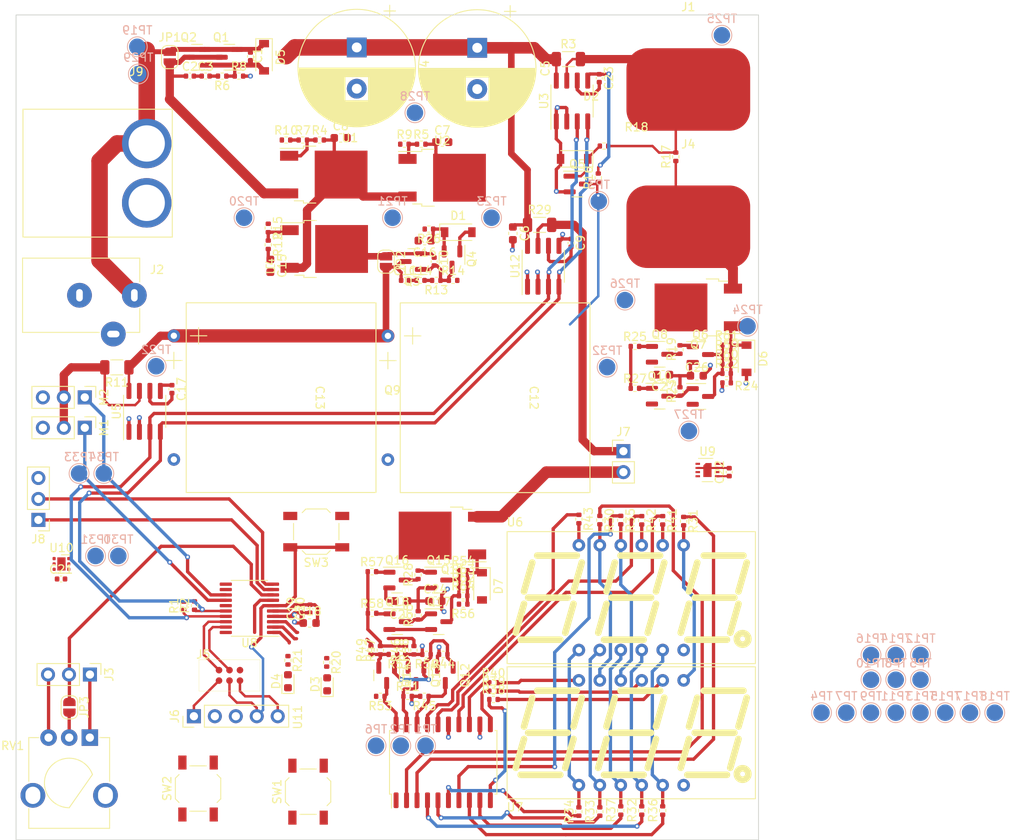
<source format=kicad_pcb>
(kicad_pcb (version 20211014) (generator pcbnew)
  (layers (0 "F.Cu" signal) (1 "In1.Cu" signal) (2 "In2.Cu" signal) (31 "B.Cu" signal) (34 "B.Paste" user) (35 "F.Paste" user) (36 "B.SilkS" user "B.Silkscreen") (37 "F.SilkS" user "F.Silkscreen") (38 "B.Mask" user) (39 "F.Mask" user) (44 "Edge.Cuts" user))
  (net 0 "")
  (net 1 "VDC")
  (net 2 "/SS_FET")
  (net 3 "/V_SS")
  (net 4 "Net-(C2-Pad2)")
  (net 5 "Net-(C3-Pad2)")
  (net 6 "GND")
  (net 7 "+3V3")
  (net 8 "+12V")
  (net 9 "+5V")
  (net 10 "/SS_FET2")
  (net 11 "Net-(C11-Pad1)")
  (net 12 "Net-(C11-Pad2)")
  (net 13 "Net-(C14-Pad2)")
  (net 14 "/AUTO_RESTART")
  (net 15 "Net-(D2-Pad1)")
  (net 16 "Net-(D3-Pad2)")
  (net 17 "Net-(D4-Pad2)")
  (net 18 "/FET_GATE")
  (net 19 "/FET_Drive1/Drive_Out")
  (net 20 "/Wire_H")
  (net 21 "/pot")
  (net 22 "/Wire_L")
  (net 23 "/SWDIO")
  (net 24 "/NRST")
  (net 25 "/SWCLK")
  (net 27 "Net-(J7-Pad1)")
  (net 28 "Net-(J7-Pad2)")
  (net 29 "/MCU_Out")
  (net 30 "/MCU_In")
  (net 31 "Net-(JP3-Pad2)")
  (net 32 "/servo1")
  (net 33 "/5V_SS")
  (net 34 "/servo2")
  (net 35 "/VOUT_FAULT")
  (net 36 "Net-(Q6-Pad1)")
  (net 37 "Net-(Q6-Pad3)")
  (net 38 "Net-(Q8-Pad1)")
  (net 39 "Net-(Q8-Pad3)")
  (net 40 "Net-(Q10-Pad3)")
  (net 41 "Net-(Q10-Pad1)")
  (net 42 "/FROM_3V3")
  (net 43 "/FROM")
  (net 44 "/CLK_3V3")
  (net 45 "/CLK")
  (net 46 "/STB_3V3")
  (net 47 "/STB")
  (net 48 "Net-(Q15-Pad1)")
  (net 49 "Net-(Q15-Pad3)")
  (net 50 "Net-(Q16-Pad1)")
  (net 51 "Net-(Q16-Pad3)")
  (net 52 "Net-(Q17-Pad1)")
  (net 53 "Net-(Q18-Pad1)")
  (net 54 "/SDA")
  (net 55 "/SCL")
  (net 56 "Net-(R4-Pad1)")
  (net 57 "Net-(R5-Pad1)")
  (net 58 "Net-(R10-Pad2)")
  (net 59 "Net-(R12-Pad1)")
  (net 60 "/LED1")
  (net 61 "/LED2")
  (net 62 "/Drive_FET")
  (net 63 "Net-(R30-Pad1)")
  (net 64 "/A")
  (net 65 "Net-(R31-Pad1)")
  (net 66 "/B")
  (net 67 "Net-(R32-Pad1)")
  (net 68 "/C")
  (net 69 "Net-(R33-Pad1)")
  (net 70 "/D")
  (net 71 "Net-(R34-Pad1)")
  (net 72 "/E")
  (net 73 "Net-(R35-Pad1)")
  (net 74 "/F")
  (net 75 "Net-(R36-Pad1)")
  (net 76 "/G")
  (net 77 "Net-(R37-Pad1)")
  (net 78 "/DP")
  (net 79 "Net-(R38-Pad1)")
  (net 80 "/Grid6")
  (net 81 "Net-(R39-Pad1)")
  (net 82 "/Grid5")
  (net 83 "Net-(R40-Pad1)")
  (net 84 "/Grid4")
  (net 85 "Net-(R41-Pad1)")
  (net 86 "/Grid3")
  (net 87 "Net-(R42-Pad1)")
  (net 88 "/Grid2")
  (net 89 "Net-(R43-Pad1)")
  (net 90 "/Grid1")
  (net 91 "/Hands")
  (net 92 "/PB1")
  (net 93 "/PB2")
  (footprint "Resistor_SMD:R_0402_1005Metric" (layer "F.Cu") (at 116.592 106.424 90)
    (fp_text reference "R48")
    (fp_text value "0R")
  )
  (footprint "Connector_PinHeader_2.54mm:PinHeader_1x03_P2.54mm_Vertical" (layer "F.Cu") (at 76.693 75.775 -90)
    (fp_text reference "M2")
    (fp_text value "Motor_Servo")
  )
  (footprint "Package_SO:SOIC-8_3.9x4.9mm_P1.27mm" (layer "F.Cu") (at 132.2685 59.879 90)
    (fp_text reference "U12")
    (fp_text value "INA219AxD")
  )
  (footprint "Resistor_SMD:R_0402_1005Metric" (layer "F.Cu") (at 148.844 75.057 90)
    (fp_text reference "R23")
    (fp_text value "4k7")
  )
  (footprint "Resistor_SMD:R_0402_1005Metric" (layer "F.Cu") (at 120.144 106.934 180)
    (fp_text reference "R44")
    (fp_text value "4k7")
  )
  (footprint "Resistor_SMD:R_0402_1005Metric" (layer "F.Cu") (at 88.6968 101.0392 90)
    (fp_text reference "R1")
    (fp_text value "4k7")
  )
  (footprint "Resistor_SMD:R_0402_1005Metric" (layer "F.Cu") (at 115.445 45.085)
    (fp_text reference "R9")
    (fp_text value "330R")
  )
  (footprint "Capacitor_SMD:C_0402_1005Metric" (layer "F.Cu") (at 103.9876 101.3968 90)
    (fp_text reference "C20")
    (fp_text value "100n")
  )
  (footprint "Package_TO_SOT_SMD:SOT-23" (layer "F.Cu") (at 116.842 109.474 -90)
    (fp_text reference "Q13")
    (fp_text value "Q_NMOS_GSD")
  )
  (footprint "Capacitor_SMD:C_0603_1608Metric" (layer "F.Cu") (at 120.028 44.831)
    (fp_text reference "C7")
    (fp_text value "10u")
  )
  (footprint "Sensor_Humidity:Sensirion_DFN-8-1EP_2.5x2.5mm_P0.5mm_EP1.1x1.7mm" (layer "F.Cu") (at 152.174 84.582)
    (fp_text reference "U9")
    (fp_text value "SHT30-DIS")
  )
  (footprint "Capacitor_SMD:C_0603_1608Metric" (layer "F.Cu") (at 117.8915 56.769 180)
    (fp_text reference "C16")
    (fp_text value "10u")
  )
  (footprint "Capacitor_SMD:C_0603_1608Metric" (layer "F.Cu") (at 99.187 59.828 -90)
    (fp_text reference "C15")
    (fp_text value "10u")
  )
  (footprint "Resistor_SMD:R_1206_3216Metric" (layer "F.Cu") (at 80.5795 72.136 180)
    (fp_text reference "R11")
    (fp_text value "0R1")
  )
  (footprint "Capacitor_SMD:C_0402_1005Metric" (layer "F.Cu") (at 91.341 36.83)
    (fp_text reference "C3")
    (fp_text value "100n")
  )
  (footprint "Resistor_SMD:R_0402_1005Metric" (layer "F.Cu") (at 154.4915 69.441)
    (fp_text reference "R61")
    (fp_text value "100R")
  )
  (footprint "Package_TO_SOT_SMD:SOT-23" (layer "F.Cu") (at 121.2065 59.0065 -90)
    (fp_text reference "Q4")
    (fp_text value "S8550")
  )
  (footprint "Capacitor_SMD:C_0402_1005Metric" (layer "F.Cu") (at 154.813 84.836 90)
    (fp_text reference "C22")
    (fp_text value "100n")
  )
  (footprint "Capacitor_SMD:C_0402_1005Metric" (layer "F.Cu") (at 139.0585 37.084 -90)
    (fp_text reference "C23")
    (fp_text value "100n")
  )
  (footprint "Capacitor_THT:CP_Radial_D14.0mm_P5.00mm" (layer "F.Cu") (at 124.265 33.401 -90)
    (fp_text reference "C5")
    (fp_text value "1m")
  )
  (footprint "Resistor_SMD:R_0402_1005Metric" (layer "F.Cu") (at 112.524 106.424 90)
    (fp_text reference "R47")
    (fp_text value "DNP")
  )
  (footprint "Resistor_SMD:R_0402_1005Metric" (layer "F.Cu") (at 106.0196 107.8992 -90)
    (fp_text reference "R20")
    (fp_text value "1k5")
  )
  (footprint "Connector_PinHeader_2.54mm:PinHeader_1x03_P2.54mm_Vertical" (layer "F.Cu") (at 71.0692 90.6272 180)
    (fp_text reference "J8")
    (fp_text value "UART")
  )
  (footprint "Resistor_SMD:R_0402_1005Metric" (layer "F.Cu") (at 149.2865 90.777 -90)
    (fp_text reference "R31")
    (fp_text value "0R")
  )
  (footprint "UCT:RK09_THT_Pot_C209770" (layer "F.Cu") (at 74.803 117.017 180)
    (fp_text reference "RV1")
    (fp_text value "10k")
  )
  (footprint "Capacitor_SMD:C_0402_1005Metric" (layer "F.Cu") (at 89.436 36.83)
    (fp_text reference "C2")
    (fp_text value "100n")
  )
  (footprint "Resistor_SMD:R_0402_1005Metric" (layer "F.Cu") (at 122.557 96.776)
    (fp_text reference "R54")
    (fp_text value "100R")
  )
  (footprint "Resistor_SMD:R_0402_1005Metric" (layer "F.Cu") (at 138.938 49.147 90)
    (fp_text reference "R16")
    (fp_text value "4k7")
  )
  (footprint "Package_TO_SOT_SMD:SOT-23" (layer "F.Cu") (at 151.3205 70.584)
    (fp_text reference "Q6")
    (fp_text value "S8550")
  )
  (footprint "Resistor_SMD:R_0402_1005Metric" (layer "F.Cu") (at 154.4935 70.584)
    (fp_text reference "R59")
    (fp_text value "100R")
  )
  (footprint "Diode_SMD:D_0603_1608Metric" (layer "F.Cu") (at 101.3206 110.1852 90)
    (fp_text reference "D4")
    (fp_text value "Green")
  )
  (footprint "Resistor_SMD:R_0402_1005Metric" (layer "F.Cu") (at 111.517 101.948)
    (fp_text reference "R58")
    (fp_text value "4k7")
  )
  (footprint "Package_TO_SOT_SMD:SOT-23" (layer "F.Cu") (at 114.554 97.919)
    (fp_text reference "Q16")
    (fp_text value "S8050_SMD")
  )
  (footprint "Package_TO_SOT_SMD:SOT-23" (layer "F.Cu") (at 116.5075 59.309 180)
    (fp_text reference "Q3")
    (fp_text value "Q_PMOS_GSD")
  )
  (footprint "Package_TO_SOT_SMD:TO-252-2" (layer "F.Cu") (at 105.664 48.768)
    (fp_text reference "U1")
    (fp_text value "LM317_TO-252")
  )
  (footprint "Jumper:SolderJumper-2_P1.3mm_Open_RoundedPad1.0x1.5mm" (layer "F.Cu") (at 86.995 34.529 -90)
    (fp_text reference "JP1")
    (fp_text value "Jumper_2_Open")
  )
  (footprint "Button_Switch_SMD:SW_SPST_TL3342" (layer "F.Cu") (at 90.424 123.19 90)
    (fp_text reference "SW2")
    (fp_text value "SW_Push")
  )
  (footprint "Package_SO:SOP-20_7.5x12.8mm_P1.27mm" (layer "F.Cu") (at 120.142 120.015 90)
    (fp_text reference "U11")
    (fp_text value "TM1620")
  )
  (footprint "Package_TO_SOT_SMD:SOT-23" (layer "F.Cu") (at 90.297 34.544 180)
    (fp_text reference "Q2")
    (fp_text value "Q_PMOS_GSD")
  )
  (footprint "Diode_SMD:D_SOD-123" (layer "F.Cu") (at 124.841 98.681 -90)
    (fp_text reference "D7")
    (fp_text value "10V")
  )
  (footprint "Resistor_SMD:R_0402_1005Metric" (layer "F.Cu") (at 111.504 96.903)
    (fp_text reference "R57")
    (fp_text value "4k7")
  )
  (footprint "Resistor_SMD:R_0402_1005Metric" (layer "F.Cu") (at 122.557 97.792)
    (fp_text reference "R63")
    (fp_text value "100R")
  )
  (footprint "Resistor_SMD:R_0402_1005Metric" (layer "F.Cu") (at 154.4915 71.727)
    (fp_text reference "R60")
    (fp_text value "100R")
  )
  (footprint "Resistor_SMD:R_0402_1005Metric" (layer "F.Cu") (at 98.933 57.277 -90)
    (fp_text reference "R12")
    (fp_text value "220R")
  )
  (footprint "Package_TO_SOT_SMD:SOT-23" (layer "F.Cu") (at 151.3205 75.662)
    (fp_text reference "Q9")
    (fp_text value "S8050_SMD")
  )
  (footprint "Resistor_SMD:R_0402_1005Metric" (layer "F.Cu") (at 117.477 45.085)
    (fp_text reference "R5")
    (fp_text value "220R")
  )
  (footprint "Diode_SMD:D_SOD-123" (layer "F.Cu") (at 136.017 46.863 180)
    (fp_text reference "D2")
    (fp_text value "10V")
  )
  (footprint "Resistor_SMD:R_0402_1005Metric" (layer "F.Cu") (at 101.3206 107.6472 -90)
    (fp_text reference "R21")
    (fp_text value "1k5")
  )
  (footprint "Resistor_SMD:R_0402_1005Metric" (layer "F.Cu") (at 103.124 44.577)
    (fp_text reference "R7")
    (fp_text value "220R")
  )
  (footprint "Resistor_SMD:R_0402_1005Metric" (layer "F.Cu") (at 141.6665 125.856 90)
    (fp_text reference "R37")
    (fp_text value "0R")
  )
  (footprint "Resistor_SMD:R_0402_1005Metric" (layer "F.Cu") (at 148.336 46.609 90)
    (fp_text reference "R17")
    (fp_text value "4k7")
  )
  (footprint "Resistor_SMD:R_0402_1005Metric" (layer "F.Cu") (at 126.238 112.395)
    (fp_text reference "R38")
    (fp_text value "0R")
  )
  (footprint "Capacitor_SMD:C_0402_1005Metric" (layer "F.Cu") (at 73.815 97.79)
    (fp_text reference "C21")
    (fp_text value "100n")
  )
  (footprint "Diode_SMD:D_SOD-123" (layer "F.Cu") (at 98.425 34.544 -90)
    (fp_text reference "D5")
    (fp_text value "10V")
  )
  (footprint "Diode_SMD:D_0603_1608Metric" (layer "F.Cu") (at 106.0716 110.5582 90)
    (fp_text reference "D3")
    (fp_text value "Red")
  )
  (footprint "Capacitor_SMD:C_0603_1608Metric" (layer "F.Cu") (at 150.889 73.152)
    (fp_text reference "C26")
    (fp_text value "10u")
  )
  (footprint "Resistor_SMD:R_0402_1005Metric" (layer "F.Cu") (at 126.238 110.363)
    (fp_text reference "R40")
    (fp_text value "0R")
  )
  (footprint "Resistor_SMD:R_0402_1005Metric" (layer "F.Cu") (at 122.557 99.824)
    (fp_text reference "R64")
    (fp_text value "100R")
  )
  (footprint "MyLibs:TC2030NL" (layer "F.Cu") (at 94.234 109.474)
    (fp_text reference "J5")
    (fp_text value "program")
  )
  (footprint "Package_SO:TSSOP-20_4.4x6.5mm_P0.65mm" (layer "F.Cu") (at 96.647 101.346 180)
    (fp_text reference "U8")
    (fp_text value "STM32G030XX")
  )
  (footprint "Resistor_SMD:R_0402_1005Metric" (layer "F.Cu") (at 136.5865 125.981 90)
    (fp_text reference "R34")
    (fp_text value "0R")
  )
  (footprint "Resistor_SMD:R_0402_1005Metric" (layer "F.Cu") (at 105.16 44.577)
    (fp_text reference "R4")
    (fp_text value "220R")
  )
  (footprint "Resistor_SMD:R_0402_1005Metric" (layer "F.Cu") (at 98.933 55.241 -90)
    (fp_text reference "R15")
    (fp_text value "680R")
  )
  (footprint "Resistor_SMD:R_0402_1005Metric" (layer "F.Cu") (at 112.522 112.014 180)
    (fp_text reference "R53")
    (fp_text value "4k7")
  )
  (footprint "Capacitor_SMD:C_0402_1005Metric" (layer "F.Cu") (at 135.636 57.051 -90)
    (fp_text reference "C9")
    (fp_text value "100n")
  )
  (footprint "UCT:Barrel_Jack_2A_C84007" (layer "F.Cu") (at 69.151 63.397)
    (fp_text reference "J2")
    (fp_text value "Barrel_Jack")
  )
  (footprint "MyLibs:SMD_Pad_15x10" (layer "F.Cu") (at 149.8535 55.09)
    (fp_text reference "J4")
    (fp_text value "Conn_01x01_Male")
  )
  (footprint "Resistor_SMD:R_0402_1005Metric" (layer "F.Cu") (at 117.094 97.284 90)
    (fp_text reference "R28")
    (fp_text value "4k7")
  )
  (footprint "Package_TO_SOT_SMD:SOT-23" (layer "F.Cu") (at 120.398 109.474 -90)
    (fp_text reference "Q12")
    (fp_text value "Q_NMOS_GSD")
  )
  (footprint "Package_TO_SOT_SMD:TO-252-2" (layer "F.Cu") (at 151.0645 64.869 180)
    (fp_text reference "Q7")
    (fp_text value "Q_NMOS_GSD")
  )
  (footprint "Capacitor_SMD:C_0603_1608Metric" (layer "F.Cu") (at 115.049 100.457 180)
    (fp_text reference "C25")
    (fp_text value "10u")
  )
  (footprint "Resistor_SMD:R_0402_1005Metric" (layer "F.Cu") (at 144.2065 125.856 90)
    (fp_text reference "R32")
    (fp_text value "0R")
  )
  (footprint "Package_TO_SOT_SMD:TO-252-2" (layer "F.Cu") (at 120.015 49.149)
    (fp_text reference "U2")
    (fp_text value "LM317_TO-252")
  )
  (footprint "Capacitor_SMD:C_0402_1005Metric" (layer "F.Cu") (at 115.5195 61.595)
    (fp_text reference "C11")
    (fp_text value "100n")
  )
  (footprint "Capacitor_THT:CP_Radial_D14.0mm_P5.00mm" (layer "F.Cu") (at 109.66 33.354 -90)
    (fp_text reference "C4")
    (fp_text value "1m")
  )
  (footprint "Resistor_SMD:R_0402_1005Metric" (layer "F.Cu") (at 154.4955 74.013 180)
    (fp_text reference "R24")
    (fp_text value "3.3M")
  )
  (footprint "Resistor_SMD:R_0402_1005Metric" (layer "F.Cu") (at 139.1265 90.652 -90)
    (fp_text reference "R30")
    (fp_text value "0R")
  )
  (footprint "Jumper:SolderJumper-2_P1.3mm_Open_RoundedPad1.0x1.5mm" (layer "F.Cu") (at 74.8284 113.3452 -90)
    (fp_text reference "JP3")
    (fp_text value "Jumper_2_Open")
  )
  (footprint "Resistor_SMD:R_0402_1005Metric" (layer "F.Cu") (at 115.826 112.014)
    (fp_text reference "R51")
    (fp_text value "4k7")
  )
  (footprint "MyLibs:SP-5R5-Z155VY" (layer "F.Cu") (at 88.99 75.806 -90)
    (fp_text reference "C13")
    (fp_text value "1.5F")
  )
  (footprint "Resistor_SMD:R_0402_1005Metric" (layer "F.Cu") (at 93.343 36.83 180)
    (fp_text reference "R6")
    (fp_text value "100R")
  )
  (footprint "UCT:7_Seg_x3" (layer "F.Cu") (at 142.9365 100.05)
    (fp_text reference "U6")
    (fp_text value "FJ4301AH")
  )
  (footprint "Jumper:SolderJumper-2_P1.3mm_Open_RoundedPad1.0x1.5mm" (layer "F.Cu") (at 113.2055 59.324 -90)
    (fp_text reference "JP2")
    (fp_text value "Jumper_2_Open")
  )
  (footprint "Resistor_SMD:R_0402_1005Metric" (layer "F.Cu") (at 121.3355 61.595)
    (fp_text reference "R14")
    (fp_text value "3.3M")
  )
  (footprint "Package_TO_SOT_SMD:SOT-23" (layer "F.Cu") (at 146.3825 75.629)
    (fp_text reference "Q10")
    (fp_text value "S8050_SMD")
  )
  (footprint "Resistor_SMD:R_0402_1005Metric" (layer "F.Cu") (at 95.379 36.83)
    (fp_text reference "R8")
    (fp_text value "3.3M")
  )
  (footprint "Capacitor_SMD:C_0603_1608Metric" (layer "F.Cu") (at 119.186 100.457)
    (fp_text reference "C24")
    (fp_text value "10u")
  )
  (footprint "Diode_SMD:D_SOD-123" (layer "F.Cu") (at 121.9675 55.753)
    (fp_text reference "D1")
    (fp_text value "5819")
  )
  (footprint "Resistor_SMD:R_1206_3216Metric" (layer "F.Cu") (at 131.826 54.864)
    (fp_text reference "R29")
    (fp_text value "0R1")
  )
  (footprint "Resistor_SMD:R_0402_1005Metric" (layer "F.Cu") (at 117.107 102.2 90)
    (fp_text reference "R55")
    (fp_text value "4k7")
  )
  (footprint "Resistor_SMD:R_0402_1005Metric" (layer "F.Cu") (at 119.3015 61.595 180)
    (fp_text reference "R13")
    (fp_text value "100R")
  )
  (footprint "Package_TO_SOT_SMD:TO-252-2" (layer "F.Cu") (at 120.048 92.526 180)
    (fp_text reference "Q11")
    (fp_text value "Q_NMOS_GSD")
  )
  (footprint "Resistor_SMD:R_0402_1005Metric" (layer "F.Cu") (at 111.381 106.426 90)
    (fp_text reference "R49")
    (fp_text value "0R")
  )
  (footprint "MyLibs:SMD_Pad_15x10" (layer "F.Cu") (at 149.8535 38.453)
    (fp_text reference "J1")
    (fp_text value "Conn_01x01_Male")
  )
  (footprint "Package_TO_SOT_SMD:SOT-23" (layer "F.Cu") (at 119.5855 97.919)
    (fp_text reference "Q15")
    (fp_text value "S8550")
  )
  (footprint "Connector_PinHeader_2.54mm:PinHeader_1x03_P2.54mm_Vertical" (layer "F.Cu") (at 77.3176 109.3724 -90)
    (fp_text reference "J3")
    (fp_text value "pot")
  )
  (footprint "Resistor_SMD:R_0402_1005Metric" (layer "F.Cu") (at 141.6665 90.65 -90)
    (fp_text reference "R35")
    (fp_text value "0R")
  )
  (footprint "Capacitor_SMD:C_0402_1005Metric" (layer "F.Cu") (at 102.9208 101.3968 90)
    (fp_text reference "C19")
    (fp_text value "100n")
  )
  (footprint "Package_TO_SOT_SMD:SOT-23" (layer "F.Cu") (at 113.286 109.474 -90)
    (fp_text reference "Q14")
    (fp_text value "Q_NMOS_GSD")
  )
  (footprint "UCT:7_Seg_x3" (layer "F.Cu") (at 142.9365 116.431)
    (fp_text reference "U7")
    (fp_text value "FJ4301AH")
  )
  (footprint "Resistor_SMD:R_0402_1005Metric" (layer "F.Cu") (at 101.092 44.577)
    (fp_text reference "R10")
    (fp_text value "1k5")
  )
  (footprint "Package_TO_SOT_SMD:SOT-23" (layer "F.Cu") (at 146.3825 70.551)
    (fp_text reference "Q8")
    (fp_text value "S8050_SMD")
  )
  (footprint "Package_TO_SOT_SMD:SOT-23" (layer "F.Cu") (at 114.567 102.964)
    (fp_text reference "Q18")
    (fp_text value "S8050_SMD")
  )
  (footprint "Resistor_SMD:R_0402_1005Metric" (layer "F.Cu") (at 136.5865 90.523 -90)
    (fp_text reference "R43")
    (fp_text value "0R")
  )
  (footprint "Package_TO_SOT_SMD:TO-252-2" (layer "F.Cu") (at 105.723 57.785)
    (fp_text reference "U4")
    (fp_text value "LM317_TO-252")
  )
  (footprint "Resistor_SMD:R_0402_1005Metric" (layer "F.Cu") (at 144.2065 90.678 -90)
    (fp_text reference "R42")
    (fp_text value "0R")
  )
  (footprint "Resistor_SMD:R_0402_1005Metric" (layer "F.Cu") (at 117.858 112.014 180)
    (fp_text reference "R45")
    (fp_text value "4k7")
  )
  (footprint "Resistor_SMD:R_0402_1005Metric" (layer "F.Cu") (at 114.046 106.934 180)
    (fp_text reference "R52")
    (fp_text value "4k7")
  )
  (footprint "Resistor_SMD:R_0402_1005Metric" (layer "F.Cu") (at 122.561 100.84 180)
    (fp_text reference "R56")
    (fp_text value "3.3M")
  )
  (footprint "Resistor_SMD:R_0402_1005Metric" (layer "F.Cu") (at 89.9922 101.0138 90)
    (fp_text reference "R2")
    (fp_text value "4k7")
  )
  (footprint "UCT:XT60PW-M" (layer "F.Cu") (at 85.001 48.597 180)
    (fp_text reference "J9")
    (fp_text value "xt60")
  )
  (footprint "Connector_PinHeader_2.54mm:PinHeader_1x03_P2.54mm_Vertical" (layer "F.Cu") (at 76.693 79.458 -90)
    (fp_text reference "M1")
    (fp_text value "Motor_Servo")
  )
  (footprint "Button_Switch_SMD:SW_SPST_TL3342" (layer "F.Cu") (at 104.7496 92.0496 180)
    (fp_text reference "SW3")
    (fp_text value "SW_Push")
  )
  (footprint "Button_Switch_SMD:SW_SPST_TL3342" (layer "F.Cu") (at 103.759 123.571 90)
    (fp_text reference "SW1")
    (fp_text value "SW_Push")
  )
  (footprint "Capacitor_SMD:C_0402_1005Metric" (layer "F.Cu") (at 117.3965 61.595)
    (fp_text reference "C14")
    (fp_text value "100n")
  )
  (footprint "Resistor_SMD:R_0402_1005Metric" (layer "F.Cu") (at 118.114 106.934 180)
    (fp_text reference "R50")
    (fp_text value "4k7")
  )
  (footprint "Capacitor_SMD:C_0603_1608Metric" (layer "F.Cu") (at 107.709 44.323)
    (fp_text reference "C8")
    (fp_text value "10u")
  )
  (footprint "Resistor_SMD:R_0402_1005Metric" (layer "F.Cu") (at 115.576 106.426 90)
    (fp_text reference "R46")
    (fp_text value "DNP")
  )
  (footprint "Package_TO_SOT_SMD:SOT-23" (layer "F.Cu") (at 94.2225 34.544 180)
    (fp_text reference "Q1")
    (fp_text value "Q_PMOS_GSD")
  )
  (footprint "Package_SO:SOIC-8_3.9x4.9mm_P1.27mm" (layer "F.Cu") (at 83.951 77.47 90)
    (fp_text reference "U5")
    (fp_text value "INA219AxD")
  )
  (footprint "Capacitor_SMD:C_0603_1608Metric" (layer "F.Cu") (at 103.9498 103.124)
    (fp_text reference "C18")
    (fp_text value "10u")
  )
  (footprint "Capacitor_SMD:C_0402_1005Metric" (layer "F.Cu") (at 119.0475 59.309 -90)
    (fp_text reference "C10")
    (fp_text value "100n")
  )
  (footprint "Capacitor_SMD:C_0402_1005Metric" (layer "F.Cu") (at 96.774 34.445 -90)
    (fp_text reference "C1")
    (fp_text value "100n")
  )
  (footprint "Package_TO_SOT_SMD:SOT-23" (layer "F.Cu") (at 119.5985 102.964)
    (fp_text reference "Q17")
    (fp_text value "S8050_SMD")
  )
  (footprint "Resistor_SMD:R_0402_1005Metric" (layer "F.Cu") (at 146.7465 125.856 90)
    (fp_text reference "R36")
    (fp_text value "0R")
  )
  (footprint "Connector_PinHeader_2.54mm:PinHeader_1x05_P2.54mm_Vertical" (layer "F.Cu") (at 89.921 114.427 90)
    (fp_text reference "J6")
    (fp_text value "program2")
  )
  (footprint "Resistor_SMD:R_0402_1005Metric" (layer "F.Cu") (at 139.1265 125.979 90)
    (fp_text reference "R33")
    (fp_text value "0R")
  )
  (footprint "Connector_PinHeader_2.54mm:PinHeader_1x02_P2.54mm_Vertical" (layer "F.Cu") (at 141.986 82.296)
    (fp_text reference "J7")
    (fp_text value "hands")
  )
  (footprint "Resistor_SMD:R_0402_1005Metric" (layer "F.Cu") (at 146.7465 90.678 -90)
    (fp_text reference "R41")
    (fp_text value "0R")
  )
  (footprint "Capacitor_SMD:C_0603_1608Metric" (layer "F.Cu") (at 146.799 73.025 180)
    (fp_text reference "C27")
    (fp_text value "10u")
  )
  (footprint "Package_TO_SOT_SMD:SOT-23" (layer "F.Cu") (at 136.398 49.911)
    (fp_text reference "Q5")
    (fp_text value "Q_NMOS_GSD")
  )
  (footprint "Resistor_SMD:R_0402_1005Metric" (layer "F.Cu") (at 143.383 69.596)
    (fp_text reference "R25")
    (fp_text value "4k7")
  )
  (footprint "Package_SO:SOIC-8_3.9x4.9mm_P1.27mm" (layer "F.Cu") (at 135.7565 39.85 90)
    (fp_text reference "U3")
    (fp_text value "INA219AxD")
  )
  (footprint "Resistor_SMD:R_0402_1005Metric" (layer "F.Cu") (at 148.844 69.977 90)
    (fp_text reference "R19")
    (fp_text value "4k7")
  )
  (footprint "Package_SON:WSON-6-1EP_2x2mm_P0.65mm_EP1x1.6mm" (layer "F.Cu") (at 73.8632 95.9676)
    (fp_text reference "U10")
    (fp_text value "TMP117")
  )
  (footprint "Resistor_SMD:R_0402_1005Metric" (layer "F.Cu") (at 122.561 98.808)
    (fp_text reference "R62")
    (fp_text value "100R")
  )
  (footprint "Diode_SMD:D_SOD-123" (layer "F.Cu") (at 156.9065 71.093 -90)
    (fp_text reference "D6")
    (fp_text value "10V")
  )
  (footprint "Resistor_SMD:R_0402_1005Metric" (layer "F.Cu") (at 118.4105 55.372 180)
    (fp_text reference "R26")
    (fp_text value "3.3M")
  )
  (footprint "Resistor_SMD:R_0402_1005Metric" (layer "F.Cu") (at 126.238 111.379)
    (fp_text reference "R39")
    (fp_text value "0R")
  )
  (footprint "Capacitor_SMD:C_0603_1608Metric" (layer "F.Cu") (at 128.5855 55.893 -90)
    (fp_text reference "C6")
    (fp_text value "10u")
  )
  (footprint "Resistor_SMD:R_0402_1005Metric" (layer "F.Cu") (at 143.383 74.676)
    (fp_text reference "R27")
    (fp_text value "4k7")
  )
  (footprint "Resistor_SMD:R_1206_3216Metric" (layer "F.Cu") (at 135.314 34.77)
    (fp_text reference "R3")
    (fp_text value "0R1")
  )
  (footprint "Resistor_SMD:R_0402_1005Metric" (layer "F.Cu") (at 154.4915 72.87)
    (fp_text reference "R22")
    (fp_text value "100R")
  )
  (footprint "Capacitor_SMD:C_0402_1005Metric" (layer "F.Cu") (at 87.253 74.775 -90)
    (fp_text reference "C17")
    (fp_text value "100n")
  )
  (footprint "Resistor_SMD:R_0402_1005Metric" (layer "F.Cu") (at 139.637 45.309)
    (fp_text reference "R18")
    (fp_text value "100R")
  )
  (footprint "MyLibs:SP-5R5-Z155VY" (layer "F.Cu") (at 114.935 75.819 -90)
    (fp_text reference "C12")
    (fp_text value "1.5F")
  )
  (footprint "TestPoint:TestPoint_Pad_D2.0mm" (layer "B.Cu") (at 126 54 180)
    (fp_text reference "TP23")
    (fp_text value "TestPoint")
  )
  (footprint "TestPoint:TestPoint_Pad_D2.0mm" (layer "B.Cu") (at 181 114 180)
    (fp_text reference "TP15")
    (fp_text value "TestPoint")
  )
  (footprint "TestPoint:TestPoint_Pad_D2.0mm" (layer "B.Cu") (at 172 107 180)
    (fp_text reference "TP16")
    (fp_text value "TestPoint")
  )
  (footprint "TestPoint:TestPoint_Pad_D2.0mm" (layer "B.Cu") (at 175 110 180)
    (fp_text reference "TP8")
    (fp_text value "TestPoint")
  )
  (footprint "TestPoint:TestPoint_Pad_D2.0mm" (layer "B.Cu") (at 139 52 180)
    (fp_text reference "TP3")
    (fp_text value "TestPoint")
  )
  (footprint "TestPoint:TestPoint_Pad_D2.0mm" (layer "B.Cu") (at 112 118 180)
    (fp_text reference "TP6")
    (fp_text value "TestPoint")
  )
  (footprint "TestPoint:TestPoint_Pad_D2.0mm" (layer "B.Cu") (at 76 85 180)
    (fp_text reference "TP33")
    (fp_text value "TestPoint")
  )
  (footprint "TestPoint:TestPoint_Pad_D2.0mm" (layer "B.Cu") (at 178 114 180)
    (fp_text reference "TP13")
    (fp_text value "TestPoint")
  )
  (footprint "TestPoint:TestPoint_Pad_D2.0mm" (layer "B.Cu") (at 169 114 180)
    (fp_text reference "TP7")
    (fp_text value "TestPoint")
  )
  (footprint "TestPoint:TestPoint_Pad_D2.0mm" (layer "B.Cu") (at 96 54 180)
    (fp_text reference "TP20")
    (fp_text value "TestPoint")
  )
  (footprint "TestPoint:TestPoint_Pad_D2.0mm" (layer "B.Cu") (at 83.058 33.274 180)
    (fp_text reference "TP19")
    (fp_text value "TestPoint")
  )
  (footprint "TestPoint:TestPoint_Pad_D2.0mm" (layer "B.Cu") (at 78 95 180)
    (fp_text reference "TP31")
    (fp_text value "TestPoint")
  )
  (footprint "TestPoint:TestPoint_Pad_D2.0mm" (layer "B.Cu") (at 114 54 180)
    (fp_text reference "TP21")
    (fp_text value "TestPoint")
  )
  (footprint "TestPoint:TestPoint_Pad_D2.0mm" (layer "B.Cu") (at 166 114 180)
    (fp_text reference "TP4")
    (fp_text value "TestPoint")
  )
  (footprint "TestPoint:TestPoint_Pad_D2.0mm" (layer "B.Cu") (at 140.0155 72.108 180)
    (fp_text reference "TP32")
    (fp_text value "TestPoint")
  )
  (footprint "TestPoint:TestPoint_Pad_D2.0mm" (layer "B.Cu") (at 175 114 180)
    (fp_text reference "TP11")
    (fp_text value "TestPoint")
  )
  (footprint "TestPoint:TestPoint_Pad_D2.0mm" (layer "B.Cu") (at 116.713 41.275 180)
    (fp_text reference "TP28")
    (fp_text value "TestPoint")
  )
  (footprint "TestPoint:TestPoint_Pad_D2.0mm" (layer "B.Cu") (at 178 107 180)
    (fp_text reference "TP12")
    (fp_text value "TestPoint")
  )
  (footprint "TestPoint:TestPoint_Pad_D2.0mm" (layer "B.Cu") (at 118 118 180)
    (fp_text reference "TP1")
    (fp_text value "TestPoint")
  )
  (footprint "TestPoint:TestPoint_Pad_D2.0mm" (layer "B.Cu") (at 85.344 72 180)
    (fp_text reference "TP22")
    (fp_text value "TestPoint")
  )
  (footprint "TestPoint:TestPoint_Pad_D2.0mm" (layer "B.Cu") (at 142.1745 63.98 180)
    (fp_text reference "TP26")
    (fp_text value "TestPoint")
  )
  (footprint "TestPoint:TestPoint_Pad_D2.0mm" (layer "B.Cu") (at 172 110 180)
    (fp_text reference "TP10")
    (fp_text value "TestPoint")
  )
  (footprint "TestPoint:TestPoint_Pad_D2.0mm" (layer "B.Cu") (at 153.924 31.877 180)
    (fp_text reference "TP25")
    (fp_text value "TestPoint")
  )
  (footprint "TestPoint:TestPoint_Pad_D2.0mm" (layer "B.Cu") (at 83.185 36.576 180)
    (fp_text reference "TP29")
    (fp_text value "TestPoint")
  )
  (footprint "TestPoint:TestPoint_Pad_D2.0mm" (layer "B.Cu") (at 187 114 180)
    (fp_text reference "TP18")
    (fp_text value "TestPoint")
  )
  (footprint "TestPoint:TestPoint_Pad_D2.0mm" (layer "B.Cu") (at 172 114 180)
    (fp_text reference "TP9")
    (fp_text value "TestPoint")
  )
  (footprint "TestPoint:TestPoint_Pad_D2.0mm" (layer "B.Cu") (at 149.9215 79.855 180)
    (fp_text reference "TP27")
    (fp_text value "TestPoint")
  )
  (footprint "TestPoint:TestPoint_Pad_D2.0mm" (layer "B.Cu") (at 80.76 95 180)
    (fp_text reference "TP30")
    (fp_text value "TestPoint")
  )
  (footprint "TestPoint:TestPoint_Pad_D2.0mm" (layer "B.Cu") (at 157.0335 67.155 180)
    (fp_text reference "TP24")
    (fp_text value "TestPoint")
  )
  (footprint "TestPoint:TestPoint_Pad_D2.0mm" (layer "B.Cu") (at 178 110 180)
    (fp_text reference "TP5")
    (fp_text value "TestPoint")
  )
  (footprint "TestPoint:TestPoint_Pad_D2.0mm" (layer "B.Cu") (at 175 107 180)
    (fp_text reference "TP14")
    (fp_text value "TestPoint")
  )
  (footprint "TestPoint:TestPoint_Pad_D2.0mm" (layer "B.Cu") (at 79 85 180)
    (fp_text reference "TP34")
    (fp_text value "TestPoint")
  )
  (footprint "TestPoint:TestPoint_Pad_D2.0mm" (layer "B.Cu") (at 184 114 180)
    (fp_text reference "TP17")
    (fp_text value "TestPoint")
  )
  (footprint "TestPoint:TestPoint_Pad_D2.0mm" (layer "B.Cu") (at 115 118 180)
    (fp_text reference "TP2")
    (fp_text value "TestPoint")
  )
  (gr_rect (start 68.364 29.413) (end 158.364 129.413) (layer "Edge.Cuts") (width 0.1) (fill none))
  (segment (start 78.486 59.182) (end 78.486 47.117) (width 2) (layer "F.Cu") (net 1))
  (segment (start 86.995 33.879) (end 87.28 33.594) (width 0.6) (layer "F.Cu") (net 1))
  (segment (start 80.606 44.997) (end 84.201 44.997) (width 2) (layer "F.Cu") (net 1))
  (segment (start 86.995 33.879) (end 84.425 33.879) (width 0.6) (layer "F.Cu") (net 1))
  (segment (start 84.425 33.879) (end 84.201 33.655) (width 0.6) (layer "F.Cu") (net 1))
  (segment (start 91.2345 33.594) (end 95.16 33.594) (width 0.6) (layer "F.Cu") (net 1))
  (segment (start 78.486 47.117) (end 80.606 44.997) (width 2) (layer "F.Cu") (net 1))
  (segment (start 82.701 63.397) (end 78.486 59.182) (width 2) (layer "F.Cu") (net 1))
  (segment (start 97.725 33.594) (end 98.425 32.894) (width 0.6) (layer "F.Cu") (net 1))
  (segment (start 87.28 33.594) (end 91.2345 33.594) (width 0.6) (layer "F.Cu") (net 1))
  (segment (start 95.16 33.594) (end 97.725 33.594) (width 0.6) (layer "F.Cu") (net 1))
  (segment (start 84.201 44.997) (end 84.201 33.655) (width 2) (layer "F.Cu") (net 1))
  (segment (start 93.853 36.83) (end 94.869 36.83) (width 0.4) (layer "F.Cu") (net 2))
  (segment (start 96.835 35.494) (end 97.725 35.494) (width 0.6) (layer "F.Cu") (net 2))
  (segment (start 95.16 35.494) (end 96.835 35.494) (width 0.6) (layer "F.Cu") (net 2))
  (segment (start 96.774 34.925) (end 96.774 35.433) (width 0.6) (layer "F.Cu") (net 2))
  (segment (start 94.869 36.83) (end 94.869 35.785) (width 0.4) (layer "F.Cu") (net 2))
  (segment (start 94.869 35.785) (end 95.16 35.494) (width 0.4) (layer "F.Cu") (net 2))
  (segment (start 97.725 35.494) (end 98.425 36.194) (width 0.6) (layer "F.Cu") (net 2))
  (segment (start 91.2345 35.494) (end 95.16 35.494) (width 0.6) (layer "F.Cu") (net 2))
  (segment (start 96.774 35.433) (end 96.835 35.494) (width 0.6) (layer "F.Cu") (net 2))
  (segment (start 109.66 33.354) (end 102.155 33.354) (width 2) (layer "F.Cu") (net 3))
  (segment (start 128.397 46.228) (end 128.397 33.401) (width 0.8) (layer "F.Cu") (net 3))
  (segment (start 88.138 35.179) (end 88.773 34.544) (width 0.6) (layer "F.Cu") (net 3))
  (segment (start 130.3635 57.404) (end 130.3635 54.864) (width 0.4) (layer "F.Cu") (net 3))
  (segment (start 98.419 51.048) (end 86.995 39.624) (width 1.2) (layer "F.Cu") (net 3))
  (segment (start 133.8515 34.77) (end 133.8515 37.375) (width 0.3) (layer "F.Cu") (net 3))
  (segment (start 88.773 34.544) (end 89.3595 34.544) (width 0.6) (layer "F.Cu") (net 3))
  (segment (start 131.191 33.401) (end 128.397 33.401) (width 1.4) (layer "F.Cu") (net 3))
  (segment (start 86.995 35.179) (end 88.138 35.179) (width 0.6) (layer "F.Cu") (net 3))
  (segment (start 93.285 34.544) (end 89.3595 34.544) (width 0.6) (layer "F.Cu") (net 3))
  (segment (start 101.464 51.048) (end 98.419 51.048) (width 1.2) (layer "F.Cu") (net 3))
  (segment (start 128.397 33.401) (end 124.265 33.401) (width 1.4) (layer "F.Cu") (net 3))
  (segment (start 86.995 39.624) (end 86.995 35.179) (width 1) (layer "F.Cu") (net 3))
  (segment (start 128.8395 54.864) (end 128.5855 55.118) (width 0.4) (layer "F.Cu") (net 3))
  (segment (start 132.56 34.77) (end 132.461 34.671) (width 1.2) (layer "F.Cu") (net 3))
  (segment (start 133.8515 34.77) (end 132.56 34.77) (width 1.2) (layer "F.Cu") (net 3))
  (segment (start 132.461 34.671) (end 131.191 33.401) (width 1.4) (layer "F.Cu") (net 3))
  (segment (start 124.218 33.354) (end 124.265 33.401) (width 2) (layer "F.Cu") (net 3))
  (segment (start 130.3635 54.864) (end 130.3635 48.1945) (width 0.8) (layer "F.Cu") (net 3))
  (segment (start 109.66 33.354) (end 124.218 33.354) (width 2) (layer "F.Cu") (net 3))
  (segment (start 130.3635 54.864) (end 128.8395 54.864) (width 0.4) (layer "F.Cu") (net 3))
  (segment (start 130.3635 48.1945) (end 128.397 46.228) (width 0.8) (layer "F.Cu") (net 3))
  (segment (start 102.155 33.354) (end 101.092 34.417) (width 2) (layer "F.Cu") (net 3))
  (segment (start 88.956 36.83) (end 87.122 36.83) (width 0.4) (layer "F.Cu") (net 3))
  (segment (start 89.916 36.83) (end 90.861 36.83) (width 0.4) (layer "F.Cu") (net 4))
  (segment (start 91.821 36.83) (end 92.833 36.83) (width 0.4) (layer "F.Cu") (net 5))
  (segment (start 153.9855 74.8685) (end 153.924 74.93) (width 0.4) (layer "F.Cu") (net 6))
  (segment (start 136.3915 38.4745) (end 136.906 38.989) (width 0.4) (layer "F.Cu") (net 6))
  (segment (start 128.5855 56.668) (end 128.5855 57.8505) (width 0.4) (layer "F.Cu") (net 6))
  (segment (start 95.889 36.83) (end 96.774 36.83) (width 0.4) (layer "F.Cu") (net 6))
  (segment (start 119.961 101.4698) (end 120.2436 101.7524) (width 0.4) (layer "F.Cu") (net 6))
  (segment (start 113.6295 103.914) (end 118.661 103.914) (width 0.4) (layer "F.Cu") (net 6))
  (segment (start 154.051 84.328) (end 153.353 84.328) (width 0.25) (layer "F.Cu") (net 6))
  (segment (start 133.8515 44.4435) (end 133.8515 42.325) (width 0.4) (layer "F.Cu") (net 6))
  (segment (start 113.1824 98.9584) (end 113.1824 100.1776) (width 0.4) (layer "F.Cu") (net 6))
  (segment (start 133.858 48.133) (end 133.858 50.8) (width 0.4) (layer "F.Cu") (net 6))
  (segment (start 102.1308 100.9168) (end 103.9876 100.9168) (width 0.4) (layer "F.Cu") (net 6))
  (segment (start 124.587 115.415) (end 124.587 116.967) (width 0.4) (layer "F.Cu") (net 6))
  (segment (start 132.9035 57.404) (end 132.9035 59.1165) (width 0.4) (layer "F.Cu") (net 6))
  (segment (start 95.504 111.379) (end 96.139 112.014) (width 0.3) (layer "F.Cu") (net 6))
  (segment (start 154.813 84.356) (end 154.785 84.328) (width 0.25) (layer "F.Cu") (net 6))
  (segment (start 72.303 117.017) (end 72.303 109.4378) (width 0.4) (layer "F.Cu") (net 6))
  (segment (start 153.349 83.832) (end 153.936 83.832) (width 0.25) (layer "F.Cu") (net 6))
  (segment (start 119.961 100.457) (end 119.961 101.4698) (width 0.4) (layer "F.Cu") (net 6))
  (segment (start 120.777 115.415) (end 120.777 116.967) (width 0.4) (layer "F.Cu") (net 6))
  (segment (start 134.367 46.863) (end 134.367 44.959) (width 0.4) (layer "F.Cu") (net 6))
  (segment (start 119.961 99.6982) (end 120.65 99.0092) (width 0.4) (layer "F.Cu") (net 6))
  (segment (start 154.051 83.947) (end 154.051 84.328) (width 0.25) (layer "F.Cu") (net 6))
  (segment (start 153.349 84.332) (end 150.999 84.332) (width 0.25) (layer "F.Cu") (net 6))
  (segment (start 136.906 38.989) (end 138.43 38.989) (width 0.4) (layer "F.Cu") (net 6))
  (segment (start 113.2718 98.869) (end 113.1824 98.9584) (width 0.4) (layer "F.Cu") (net 6))
  (segment (start 153.936 83.832) (end 154.051 83.947) (width 0.25) (layer "F.Cu") (net 6))
  (segment (start 84.8868 76.5556) (end 84.582 76.2508) (width 0.4) (layer "F.Cu") (net 6))
  (segment (start 138.43 38.989) (end 139.0585 38.3605) (width 0.4) (layer "F.Cu") (net 6))
  (segment (start 135.636 58.674) (end 135.636 57.531) (width 0.4) (layer "F.Cu") (net 6))
  (segment (start 131.6335 62.354) (end 131.6335 60.6405) (width 0.4) (layer "F.Cu") (net 6))
  (segment (start 133.8515 40.7735) (end 133.985 40.64) (width 0.4) (layer "F.Cu") (net 6))
  (segment (start 153.353 84.328) (end 153.349 84.332) (width 0.25) (layer "F.Cu") (net 6))
  (segment (start 156.9065 72.743) (end 156.9065 73.9795) (width 0.4) (layer "F.Cu") (net 6))
  (segment (start 82.046 79.945) (end 82.046 78.363) (width 0.4) (layer "F.Cu") (net 6))
  (segment (start 153.9855 74.013) (end 153.9855 74.8685) (width 0.4) (layer "F.Cu") (net 6))
  (segment (start 134.367 44.959) (end 133.8515 44.4435) (width 0.4) (layer "F.Cu") (net 6))
  (segment (start 84.582 76.2508) (end 84.582 74.999) (width 0.4) (layer "F.Cu") (net 6))
  (segment (start 151.664 73.152) (end 152.527 72.289) (width 0.4) (layer "F.Cu") (net 6))
  (segment (start 103.9876 100.9168) (end 104.5744 100.9168) (width 0.4) (layer "F.Cu") (net 6))
  (segment (start 96.139 112.014) (end 99.06 112.014) (width 0.3) (layer "F.Cu") (net 6))
  (segment (start 152.527 72.289) (end 152.527 71.882) (width 0.4) (layer "F.Cu") (net 6))
  (segment (start 135.001 59.309) (end 135.636 58.674) (width 0.4) (layer "F.Cu") (net 6))
  (segment (start 100.081 113.035) (end 100.081 114.427) (width 0.3) (layer "F.Cu") (net 6))
  (segment (start 156.9065 73.9795) (end 156.845 74.041) (width 0.4) (layer "F.Cu") (net 6))
  (segment (start 84.582 74.999) (end 84.586 74.995) (width 0.4) (layer "F.Cu") (net 6))
  (segment (start 104.902 102.9468) (end 104.7248 103.124) (width 0.4) (layer "F.Cu") (net 6))
  (segment (start 119.961 100.457) (end 119.961 99.6982) (width 0.4) (layer "F.Cu") (net 6))
  (segment (start 113.1824 100.1776) (end 113.4618 100.457) (width 0.4) (layer "F.Cu") (net 6))
  (segment (start 86.7156 76.5556) (end 84.8868 76.5556) (width 0.4) (layer "F.Cu") (net 6))
  (segment (start 136.3915 37.375) (end 136.3915 38.4745) (width 0.4) (layer "F.Cu") (net 6))
  (segment (start 95.504 110.109) (end 95.504 111.379) (width 0.3) (layer "F.Cu") (net 6))
  (segment (start 134.367 46.863) (end 134.367 47.624) (width 0.4) (layer "F.Cu") (net 6))
  (segment (start 104.5744 100.9168) (end 104.902 101.2444) (width 0.4) (layer "F.Cu") (net 6))
  (segment (start 99.06 112.014) (end 100.081 113.035) (width 0.3) (layer "F.Cu") (net 6))
  (segment (start 113.4618 100.457) (end 114.274 100.457) (width 0.4) (layer "F.Cu") (net 6))
  (segment (start 128.5855 57.8505) (end 128.524 57.912) (width 0.4) (layer "F.Cu") (net 6))
  (segment (start 101.3766 101.671) (end 102.1308 100.9168) (width 0.4) (layer "F.Cu") (net 6))
  (segment (start 133.919 50.861) (end 133.858 50.8) (width 0.4) (layer "F.Cu") (net 6))
  (segment (start 99.5095 101.671) (end 101.3766 101.671) (width 0.4) (layer "F.Cu") (net 6))
  (segment (start 135.001 40.64) (end 135.1215 40.7605) (width 0.4) (layer "F.Cu") (net 6))
  (segment (start 104.902 101.2444) (end 104.902 102.9468) (width 0.4) (layer "F.Cu") (net 6))
  (segment (start 135.4605 50.861) (end 133.919 50.861) (width 0.4) (layer "F.Cu") (net 6))
  (segment (start 113.6165 98.869) (end 113.2718 98.869) (width 0.4) (layer "F.Cu") (net 6))
  (segment (start 154.785 84.328) (end 154.051 84.328) (width 0.25) (layer "F.Cu") (net 6))
  (segment (start 139.0585 38.3605) (end 139.0585 37.564) (width 0.4) (layer "F.Cu") (net 6))
  (segment (start 82.046 78.363) (end 82.042 78.359) (width 0.4) (layer "F.Cu") (net 6))
  (segment (start 133.985 40.64) (end 135.001 40.64) (width 0.4) (layer "F.Cu") (net 6))
  (segment (start 133.096 59.309) (end 135.001 59.309) (width 0.4) (layer "F.Cu") (net 6))
  (segment (start 135.1215 40.7605) (end 135.1215 42.325) (width 0.4) (layer "F.Cu") (net 6))
  (segment (start 87.253 75.255) (end 87.253 76.0182) (width 0.4) (layer "F.Cu") (net 6))
  (segment (start 131.6335 60.6405) (end 131.572 60.579) (width 0.4) (layer "F.Cu") (net 6))
  (segment (start 72.303 109.4378) (end 72.2376 109.3724) (width 0.4) (layer "F.Cu") (net 6))
  (segment (start 87.253 76.0182) (end 86.7156 76.5556) (width 0.4) (layer "F.Cu") (net 6))
  (segment (start 133.8515 42.325) (end 133.8515 40.7735) (width 0.4) (layer "F.Cu") (net 6))
  (segment (start 132.9035 59.1165) (end 133.096 59.309) (width 0.4) (layer "F.Cu") (net 6))
  (segment (start 134.367 47.624) (end 133.858 48.133) (width 0.4) (layer "F.Cu") (net 6))
  (via (at 153.924 74.93) (size 0.6) (drill 0.3) (layers "F.Cu" "B.Cu") (net 6))
  (via (at 82.042 78.359) (size 0.6) (drill 0.3) (layers "F.Cu" "B.Cu") (net 6))
  (via (at 128.524 57.912) (size 0.6) (drill 0.3) (layers "F.Cu" "B.Cu") (net 6))
  (via (at 120.2436 101.7524) (size 0.6) (drill 0.3) (layers "F.Cu" "B.Cu") (net 6))
  (via (at 133.985 40.64) (size 0.6) (drill 0.3) (layers "F.Cu" "B.Cu") (net 6))
  (via (at 96.774 36.83) (size 0.6) (drill 0.3) (layers "F.Cu" "B.Cu") (net 6))
  (via (at 124.587 116.967) (size 0.6) (drill 0.3) (layers "F.Cu" "B.Cu") (net 6))
  (via (at 156.845 74.041) (size 0.6) (drill 0.3) (layers "F.Cu" "B.Cu") (net 6))
  (via (at 133.858 50.8) (size 0.6) (drill 0.3) (layers "F.Cu" "B.Cu") (net 6))
  (via (at 120.777 116.967) (size 0.6) (drill 0.3) (layers "F.Cu" "B.Cu") (net 6))
  (via (at 152.527 71.882) (size 0.6) (drill 0.3) (layers "F.Cu" "B.Cu") (net 6))
  (via (at 131.572 60.579) (size 0.6) (drill 0.3) (layers "F.Cu" "B.Cu") (net 6))
  (via (at 120.65 99.0092) (size 0.6) (drill 0.3) (layers "F.Cu" "B.Cu") (net 6))
  (segment (start 118.624 105.658) (end 118.999 105.283) (width 0.4) (layer "F.Cu") (net 7))
  (segment (start 101.641 102.321) (end 102.0852 101.8768) (width 0.4) (layer "F.Cu") (net 7))
  (segment (start 119.253 46.287) (end 122.115 49.149) (width 0.4) (layer "F.Cu") (net 7))
  (segment (start 140.18 36.604) (end 140.208 36.576) (width 0.4) (layer "F.Cu") (net 7))
  (segment (start 103.1748 103.124) (end 102.235 103.124) (width 0.4) (layer "F.Cu") (net 7))
  (segment (start 117.792 108.141) (end 117.792 108.5365) (width 0.4) (layer "F.Cu") (net 7))
  (segment (start 134.564 56.063) (end 134.564 56.571) (width 0.4) (layer "F.Cu") (net 7))
  (segment (start 102.9208 102.87) (end 103.1748 103.124) (width 0.4) (layer "F.Cu") (net 7))
  (segment (start 99.5095 102.321) (end 101.641 102.321) (width 0.4) (layer "F.Cu") (net 7))
  (segment (start 114.236 109.156) (end 115.062 109.982) (width 0.4) (layer "F.Cu") (net 7))
  (segment (start 120.654 107.319) (end 121.348 108.013) (width 0.4) (layer "F.Cu") (net 7))
  (segment (start 130.3635 60.6405) (end 130.302 60.579) (width 0.4) (layer "F.Cu") (net 7))
  (segment (start 114.556 107.313) (end 114.236 107.633) (width 0.4) (layer "F.Cu") (net 7))
  (segment (start 102.0852 101.8768) (end 103.9876 101.8768) (width 0.4) (layer "F.Cu") (net 7))
  (segment (start 137.6615 36.8365) (end 137.6615 37.375) (width 0.4) (layer "F.Cu") (net 7))
  (segment (start 77.303 109.387) (end 77.3176 109.3724) (width 0.4) (layer "F.Cu") (net 7))
  (segment (start 83.316 79.945) (end 83.316 78.236) (width 0.4) (layer "F.Cu") (net 7))
  (segment (start 135.636 56.571) (end 134.564 56.571) (width 0.4) (layer "F.Cu") (net 7))
  (segment (start 134.1735 56.9615) (end 134.1735 57.404) (width 0.4) (layer "F.Cu") (net 7))
  (segment (start 92.964 110.109) (end 89.921 113.152) (width 0.3) (layer "F.Cu") (net 7))
  (segment (start 130.3635 62.354) (end 130.3635 60.6405) (width 0.4) (layer "F.Cu") (net 7))
  (segment (start 120.654 106.934) (end 120.654 107.319) (width 0.4) (layer "F.Cu") (net 7))
  (segment (start 120.142 105.283) (end 120.654 105.795) (width 0.4) (layer "F.Cu") (net 7))
  (segment (start 120.654 105.795) (end 120.654 106.934) (width 0.4) (layer "F.Cu") (net 7))
  (segment (start 77.303 117.017) (end 77.303 109.387) (width 0.4) (layer "F.Cu") (net 7))
  (segment (start 83.316 78.236) (end 83.312 78.232) (width 0.4) (layer "F.Cu") (net 7))
  (segment (start 118.624 106.934) (end 118.624 107.309) (width 0.4) (layer "F.Cu") (net 7))
  (segment (start 117.792 109.41) (end 118.364 109.982) (width 0.4) (layer "F.Cu") (net 7))
  (segment (start 101.641 102.321) (end 101.895 102.321) (width 0.4) (layer "F.Cu") (net 7))
  (segment (start 138.938 47.879) (end 139.192 47.625) (width 0.3) (layer "F.Cu") (net 7))
  (segment (start 118.624 106.934) (end 118.624 105.658) (width 0.4) (layer "F.Cu") (net 7))
  (segment (start 102.9208 101.8768) (end 102.9208 102.87) (width 0.4) (layer "F.Cu") (net 7))
  (segment (start 153.349 85.332) (end 154.797 85.332) (width 0.25) (layer "F.Cu") (net 7))
  (segment (start 117.987 45.085) (end 118.999 45.085) (width 0.4) (layer "F.Cu") (net 7))
  (segment (start 119.253 44.831) (end 119.253 46.287) (width 0.4) (layer "F.Cu") (net 7))
  (segment (start 138.938 48.637) (end 138.938 47.879) (width 0.3) (layer "F.Cu") (net 7))
  (segment (start 85.979 74.295) (end 87.253 74.295) (width 0.4) (layer "F.Cu") (net 7))
  (segment (start 101.895 102.321) (end 102.108 102.108) (width 0.4) (layer "F.Cu") (net 7))
  (segment (start 89.921 113.152) (end 89.921 114.427) (width 0.3) (layer "F.Cu") (net 7))
  (segment (start 134.62 56.007) (end 134.564 56.063) (width 0.4) (layer "F.Cu") (net 7))
  (segment (start 85.856 74.418) (end 85.979 74.295) (width 0.4) (layer "F.Cu") (net 7))
  (segment (start 114.556 106.934) (end 114.556 107.313) (width 0.4) (layer "F.Cu") (net 7))
  (segment (start 139.0585 36.604) (end 139.0305 36.576) (width 0.4) (layer "F.Cu") (net 7))
  (segment (start 121.348 108.013) (end 121.348 108.5365) (width 0.4) (layer "F.Cu") (net 7))
  (segment (start 114.236 108.5365) (end 114.236 109.156) (width 0.4) (layer "F.Cu") (net 7))
  (segment (start 117.792 108.5365) (end 117.792 109.41) (width 0.4) (layer "F.Cu") (net 7))
  (segment (start 134.564 56.571) (end 134.1735 56.9615) (width 0.4) (layer "F.Cu") (net 7))
  (segment (start 102.235 103.124) (end 102.108 102.997) (width 0.4) (layer "F.Cu") (net 7))
  (segment (start 118.624 107.309) (end 117.792 108.141) (width 0.4) (layer "F.Cu") (net 7))
  (segment (start 139.0585 36.604) (end 140.18 36.604) (width 0.4) (layer "F.Cu") (net 7))
  (segment (start 114.236 107.633) (end 114.236 108.5365) (width 0.4) (layer "F.Cu") (net 7))
  (segment (start 137.922 36.576) (end 137.6615 36.8365) (width 0.4) (layer "F.Cu") (net 7))
  (segment (start 118.999 105.283) (end 120.142 105.283) (width 0.4) (layer "F.Cu") (net 7))
  (segment (start 139.0305 36.576) (end 137.922 36.576) (width 0.4) (layer "F.Cu") (net 7))
  (segment (start 85.856 74.995) (end 85.856 74.418) (width 0.4) (layer "F.Cu") (net 7))
  (segment (start 154.797 85.332) (end 154.813 85.316) (width 0.25) (layer "F.Cu") (net 7))
  (segment (start 118.999 45.085) (end 119.253 44.831) (width 0.4) (layer "F.Cu") (net 7))
  (via (at 102.108 102.108) (size 0.6) (drill 0.3) (layers "F.Cu" "B.Cu") (net 7))
  (via (at 102.108 102.997) (size 0.6) (drill 0.3) (layers "F.Cu" "B.Cu") (net 7))
  (via (at 140.208 36.576) (size 0.6) (drill 0.3) (layers "F.Cu" "B.Cu") (net 7))
  (via (at 118.364 109.982) (size 0.6) (drill 0.3) (layers "F.Cu" "B.Cu") (net 7))
  (via (at 134.62 56.007) (size 0.6) (drill 0.3) (layers "F.Cu" "B.Cu") (net 7))
  (via (at 115.062 109.982) (size 0.6) (drill 0.3) (layers "F.Cu" "B.Cu") (net 7))
  (via (at 83.312 78.232) (size 0.6) (drill 0.3) (layers "F.Cu" "B.Cu") (net 7))
  (via (at 130.302 60.579) (size 0.6) (drill 0.3) (layers "F.Cu" "B.Cu") (net 7))
  (via (at 139.192 47.625) (size 0.6) (drill 0.3) (layers "F.Cu" "B.Cu") (net 7))
  (segment (start 140.208 46.609) (end 139.192 47.625) (width 0.4) (layer "B.Cu") (net 7))
  (segment (start 115.062 109.982) (end 118.364 109.982) (width 0.4) (layer "B.Cu") (net 7))
  (segment (start 140.208 36.576) (end 140.208 46.609) (width 0.4) (layer "B.Cu") (net 7))
  (segment (start 117.285 98.869) (end 118.648 98.869) (width 0.4) (layer "F.Cu") (net 8))
  (segment (start 103.632 59.563) (end 103.124 60.071) (width 1) (layer "F.Cu") (net 8))
  (segment (start 117.107 99.047) (end 117.285 98.869) (width 0.4) (layer "F.Cu") (net 8))
  (segment (start 103.632 53.086) (end 103.632 59.563) (width 1) (layer "F.Cu") (net 8))
  (segment (start 148.844 73.279) (end 148.717 73.152) (width 0.4) (layer "F.Cu") (net 8))
  (segment (start 150.114 71.803) (end 150.114 73.152) (width 0.4) (layer "F.Cu") (net 8))
  (segment (start 150.114 73.152) (end 148.717 73.152) (width 0.4) (layer "F.Cu") (net 8))
  (segment (start 150.383 71.534) (end 150.114 71.803) (width 0.4) (layer "F.Cu") (net 8))
  (segment (start 147.701 73.152) (end 147.574 73.025) (width 0.4) (layer "F.Cu") (net 8))
  (segment (start 115.824 100.457) (end 118.411 100.457) (width 0.4) (layer "F.Cu") (net 8))
  (segment (start 101.529 60.071) (end 101.523 60.065) (width 1) (layer "F.Cu") (net 8))
  (segment (start 106.934 44.323) (end 106.934 47.938) (width 0.4) (layer "F.Cu") (net 8))
  (segment (start 148.844 74.547) (end 148.844 73.279) (width 0.4) (layer "F.Cu") (net 8))
  (segment (start 103.124 60.071) (end 101.529 60.071) (width 1) (layer "F.Cu") (net 8))
  (segment (start 148.717 73.152) (end 147.701 73.152) (width 0.4) (layer "F.Cu") (net 8))
  (segment (start 115.815 51.429) (end 110.425 51.429) (width 1) (layer "F.Cu") (net 8))
  (segment (start 105.67 44.577) (end 106.68 44.577) (width 0.4) (layer "F.Cu") (net 8))
  (segment (start 110.425 51.429) (end 107.764 48.768) (width 1) (layer "F.Cu") (net 8))
  (segment (start 106.68 44.577) (end 106.934 44.323) (width 0.4) (layer "F.Cu") (net 8))
  (segment (start 106.934 47.938) (end 107.764 48.768) (width 0.4) (layer "F.Cu") (net 8))
  (segment (start 107.764 48.954) (end 103.632 53.086) (width 1) (layer "F.Cu") (net 8))
  (segment (start 117.107 101.69) (end 117.107 99.047) (width 0.4) (layer "F.Cu") (net 8))
  (segment (start 107.764 48.768) (end 107.764 48.954) (width 1) (layer "F.Cu") (net 8))
  (segment (start 122.809 55.753) (end 122.1565 56.4055) (width 0.4) (layer "F.Cu") (net 9))
  (segment (start 116.336 112.014) (end 117.348 112.014) (width 0.4) (layer "F.Cu") (net 9))
  (segment (start 116.336 112.014) (end 116.336 112.899) (width 0.4) (layer "F.Cu") (net 9))
  (segment (start 107.823 57.785) (end 108.712 58.674) (width 0.8) (layer "F.Cu") (net 9))
  (segment (start 113.5205 58.359) (end 113.2055 58.674) (width 0.4) (layer "F.Cu") (net 9))
  (segment (start 122.1565 56.4055) (end 122.1565 58.069) (width 0.4) (layer "F.Cu") (net 9))
  (segment (start 123.6175 55.753) (end 122.809 55.753) (width 0.4) (layer "F.Cu") (net 9))
  (segment (start 108.712 58.674) (end 113.2055 58.674) (width 0.8) (layer "F.Cu") (net 9))
  (segment (start 116.336 112.899) (end 116.332 112.903) (width 0.4) (layer "F.Cu") (net 9))
  (segment (start 119.0475 58.7225) (end 118.684 58.359) (width 0.4) (layer "F.Cu") (net 9))
  (segment (start 117.445 58.359) (end 113.5205 58.359) (width 0.4) (layer "F.Cu") (net 9))
  (segment (start 119.0475 58.829) (end 119.0475 58.7225) (width 0.4) (layer "F.Cu") (net 9))
  (segment (start 118.684 58.359) (end 117.445 58.359) (width 0.4) (layer "F.Cu") (net 9))
  (segment (start 98.933 57.787) (end 98.933 58.799) (width 0.4) (layer "F.Cu") (net 9))
  (segment (start 98.933 58.799) (end 99.187 59.053) (width 0.4) (layer "F.Cu") (net 9))
  (via (at 116.332 112.903) (size 0.6) (drill 0.3) (layers "F.Cu" "B.Cu") (net 9))
  (segment (start 117.445 60.259) (end 118.5775 60.259) (width 0.4) (layer "F.Cu") (net 10))
  (segment (start 119.0475 59.789) (end 119.352 59.789) (width 0.4) (layer "F.Cu") (net 10))
  (segment (start 121.2065 59.944) (end 121.2065 60.7845) (width 0.4) (layer "F.Cu") (net 10))
  (segment (start 121.2065 60.7845) (end 120.8255 61.1655) (width 0.4) (layer "F.Cu") (net 10))
  (segment (start 119.352 59.789) (end 119.8115 60.2485) (width 0.4) (layer "F.Cu") (net 10))
  (segment (start 119.8115 61.595) (end 120.8255 61.595) (width 0.4) (layer "F.Cu") (net 10))
  (segment (start 119.8115 60.2485) (end 119.8115 61.595) (width 0.4) (layer "F.Cu") (net 10))
  (segment (start 120.8255 61.1655) (end 120.8255 61.595) (width 0.4) (layer "F.Cu") (net 10))
  (segment (start 118.5775 60.259) (end 119.0475 59.789) (width 0.4) (layer "F.Cu") (net 10))
  (segment (start 82.046 74.995) (end 82.046 72.14) (width 0.3) (layer "F.Cu") (net 11))
  (segment (start 82.042 72.136) (end 85.872 68.306) (width 1) (layer "F.Cu") (net 11))
  (segment (start 87.503 68.319) (end 87.49 68.306) (width 1.6) (layer "F.Cu") (net 11))
  (segment (start 115.0395 61.595) (end 115.0395 60.6165) (width 0.4) (layer "F.Cu") (net 11))
  (segment (start 113.2055 68.0895) (end 113.435 68.319) (width 0.8) (layer "F.Cu") (net 11))
  (segment (start 115.0395 60.6165) (end 114.397 59.974) (width 0.4) (layer "F.Cu") (net 11))
  (segment (start 115.57 59.309) (end 115.062 59.309) (width 0.4) (layer "F.Cu") (net 11))
  (segment (start 82.046 72.14) (end 82.042 72.136) (width 0.3) (layer "F.Cu") (net 11))
  (segment (start 114.397 59.974) (end 113.2055 59.974) (width 0.4) (layer "F.Cu") (net 11))
  (segment (start 85.872 68.306) (end 87.49 68.306) (width 1) (layer "F.Cu") (net 11))
  (segment (start 113.2055 59.974) (end 113.2055 68.0895) (width 0.8) (layer "F.Cu") (net 11))
  (segment (start 113.435 68.319) (end 87.503 68.319) (width 1.6) (layer "F.Cu") (net 11))
  (segment (start 115.062 59.309) (end 114.397 59.974) (width 0.4) (layer "F.Cu") (net 11))
  (segment (start 116.9165 61.595) (end 115.9995 61.595) (width 0.4) (layer "F.Cu") (net 12))
  (segment (start 118.7915 61.595) (end 117.8765 61.595) (width 0.4) (layer "F.Cu") (net 13))
  (segment (start 118.9205 56.515) (end 118.9205 55.372) (width 0.4) (layer "F.Cu") (net 14))
  (segment (start 120.2565 58.069) (end 120.2565 55.814) (width 0.4) (layer "F.Cu") (net 14))
  (segment (start 120.3175 55.753) (end 119.9365 55.372) (width 0.4) (layer "F.Cu") (net 14))
  (segment (start 119.9365 55.372) (end 118.9205 55.372) (width 0.4) (layer "F.Cu") (net 14))
  (segment (start 118.6665 56.769) (end 118.9205 56.515) (width 0.4) (layer "F.Cu") (net 14))
  (segment (start 120.2565 55.814) (end 120.3175 55.753) (width 0.4) (layer "F.Cu") (net 14))
  (segment (start 137.667 46.769) (end 137.667 46.863) (width 0.3) (layer "F.Cu") (net 15))
  (segment (start 136.84 48.961) (end 137.667 48.134) (width 0.3) (layer "F.Cu") (net 15))
  (segment (start 139.127 45.309) (end 137.667 46.769) (width 0.3) (layer "F.Cu") (net 15))
  (segment (start 137.667 48.134) (end 137.667 46.863) (width 0.3) (layer "F.Cu") (net 15))
  (segment (start 135.4605 48.961) (end 136.84 48.961) (width 0.3) (layer "F.Cu") (net 15))
  (segment (start 155.0035 69.443) (end 155.0015 69.441) (width 0.4) (layer "F.Cu") (net 18))
  (segment (start 155.0055 69.445) (end 155.0015 69.441) (width 0.4) (layer "F.Cu") (net 18))
  (segment (start 156.9065 69.443) (end 155.0035 69.443) (width 0.4) (layer "F.Cu") (net 18))
  (segment (start 155.2645 67.149) (end 155.0015 67.412) (width 0.4) (layer "F.Cu") (net 18))
  (segment (start 155.0055 74.013) (end 155.0055 69.445) (width 0.4) (layer "F.Cu") (net 18))
  (segment (start 155.0015 67.412) (end 155.0015 69.441) (width 0.4) (layer "F.Cu") (net 18))
  (segment (start 124.3106 97.031) (end 123.1014 97.031) (width 0.4) (layer "F.Cu") (net 19))
  (segment (start 123.1014 97.031) (end 123.071 97.0614) (width 0.4) (layer "F.Cu") (net 19))
  (segment (start 124.248 94.806) (end 124.248 96.9684) (width 0.4) (layer "F.Cu") (net 19))
  (segment (start 123.071 97.0614) (end 123.071 96.78) (width 0.4) (layer "F.Cu") (net 19))
  (segment (start 123.071 96.78) (end 123.067 96.776) (width 0.4) (layer "F.Cu") (net 19))
  (segment (start 123.071 100.84) (end 123.071 97.0614) (width 0.4) (layer "F.Cu") (net 19))
  (segment (start 124.841 97.031) (end 124.3106 97.031) (width 0.4) (layer "F.Cu") (net 19))
  (segment (start 124.248 96.9684) (end 124.3106 97.031) (width 0.4) (layer "F.Cu") (net 19))
  (segment (start 146.302 46.099) (end 148.336 46.099) (width 0.3) (layer "F.Cu") (net 20))
  (segment (start 135.1215 35.473) (end 135.1215 37.375) (width 0.3) (layer "F.Cu") (net 20))
  (segment (start 146.1705 34.77) (end 149.8535 38.453) (width 1) (layer "F.Cu") (net 20))
  (segment (start 148.336 46.099) (end 148.336 39.9705) (width 0.3) (layer "F.Cu") (net 20))
  (segment (start 145.512 45.309) (end 146.302 46.099) (width 0.3) (layer "F.Cu") (net 20))
  (segment (start 136.7765 34.77) (end 146.1705 34.77) (width 1) (layer "F.Cu") (net 20))
  (segment (start 148.336 39.9705) (end 149.8535 38.453) (width 0.3) (layer "F.Cu") (net 20))
  (segment (start 140.147 45.309) (end 145.512 45.309) (width 0.3) (layer "F.Cu") (net 20))
  (segment (start 136.7765 34.77) (end 135.8245 34.77) (width 0.3) (layer "F.Cu") (net 20))
  (segment (start 135.8245 34.77) (end 135.1215 35.473) (width 0.3) (layer "F.Cu") (net 20))
  (segment (start 98.1462 99.721) (end 96.8756 98.4504) (width 0.4) (layer "F.Cu") (net 21))
  (segment (start 96.8756 98.4504) (end 96.8756 96.012) (width 0.4) (layer "F.Cu") (net 21))
  (segment (start 85.9536 93.8276) (end 74.8284 104.9528) (width 0.4) (layer "F.Cu") (net 21))
  (segment (start 94.6912 93.8276) (end 85.9536 93.8276) (width 0.4) (layer "F.Cu") (net 21))
  (segment (start 96.8756 96.012) (end 94.6912 93.8276) (width 0.4) (layer "F.Cu") (net 21))
  (segment (start 74.8284 104.9528) (end 74.8284 112.6952) (width 0.4) (layer "F.Cu") (net 21))
  (segment (start 99.5095 99.721) (end 98.1462 99.721) (width 0.4) (layer "F.Cu") (net 21))
  (segment (start 155.2645 60.1415) (end 150.213 55.09) (width 1.2) (layer "F.Cu") (net 22))
  (segment (start 148.336 53.5725) (end 149.8535 55.09) (width 0.3) (layer "F.Cu") (net 22))
  (segment (start 155.2645 62.589) (end 155.2645 60.1415) (width 1.2) (layer "F.Cu") (net 22))
  (segment (start 150.213 55.09) (end 149.8535 55.09) (width 1.2) (layer "F.Cu") (net 22))
  (segment (start 148.336 47.119) (end 148.336 53.5725) (width 0.3) (layer "F.Cu") (net 22))
  (segment (start 91.6946 102.971) (end 91.1352 103.5304) (width 0.3) (layer "F.Cu") (net 23))
  (segment (start 91.1352 103.5304) (end 91.1352 107.0102) (width 0.3) (layer "F.Cu") (net 23))
  (segment (start 93.7845 102.971) (end 91.6946 102.971) (width 0.3) (layer "F.Cu") (net 23))
  (segment (start 91.1352 107.0102) (end 92.964 108.839) (width 0.3) (layer "F.Cu") (net 23))
  (segment (start 102.2096 99.8982) (end 101.0868 101.021) (width 0.4) (layer "F.Cu") (net 24))
  (segment (start 96.901 112.776) (end 97.541 113.416) (width 0.3) (layer "F.Cu") (net 24))
  (segment (start 98.369 101.021) (end 98.044 101.346) (width 0.4) (layer "F.Cu") (net 24))
  (segment (start 95.123 112.776) (end 96.901 112.776) (width 0.3) (layer "F.Cu") (net 24))
  (segment (start 99.5095 101.021) (end 98.369 101.021) (width 0.4) (layer "F.Cu") (net 24))
  (segment (start 102.2096 94.1832) (end 102.2096 99.8982) (width 0.4) (layer "F.Cu") (net 24))
  (segment (start 98.044 101.346) (end 98.044 104.902) (width 0.4) (layer "F.Cu") (net 24))
  (segment (start 107.8996 93.9496) (end 101.5996 93.9496) (width 0.4) (layer "F.Cu") (net 24))
  (segment (start 101.976 93.9496) (end 102.2096 94.1832) (width 0.4) (layer "F.Cu") (net 24))
  (segment (start 94.234 110.109) (end 94.234 111.887) (width 0.3) (layer "F.Cu") (net 24))
  (segment (start 101.5996 93.9496) (end 101.976 93.9496) (width 0.4) (layer "F.Cu") (net 24))
  (segment (start 98.044 104.902) (end 96.901 106.045) (width 0.4) (layer "F.Cu") (net 24))
  (segment (start 101.0868 101.021) (end 99.5095 101.021) (width 0.4) (layer "F.Cu") (net 24))
  (segment (start 94.234 111.887) (end 95.123 112.776) (width 0.3) (layer "F.Cu") (net 24))
  (segment (start 97.541 113.416) (end 97.541 114.427) (width 0.3) (layer "F.Cu") (net 24))
  (via (at 96.901 106.045) (size 0.6) (drill 0.3) (layers "F.Cu" "B.Cu") (net 24))
  (segment (start 98.298 113.67) (end 98.298 107.442) (width 0.3) (layer "B.Cu") (net 24))
  (segment (start 98.298 107.442) (end 96.901 106.045) (width 0.3) (layer "B.Cu") (net 24))
  (segment (start 97.541 114.427) (end 98.298 113.67) (width 0.3) (layer "B.Cu") (net 24))
  (segment (start 93.7845 103.621) (end 92.213 103.621) (width 0.3) (layer "F.Cu") (net 25))
  (segment (start 92.213 103.621) (end 91.7956 104.0384) (width 0.3) (layer "F.Cu") (net 25))
  (segment (start 91.7956 104.0384) (end 91.7956 106.4006) (width 0.3) (layer "F.Cu") (net 25))
  (segment (start 91.7956 106.4006) (end 94.234 108.839) (width 0.3) (layer "F.Cu") (net 25))
  (segment (start 137.033 80.899) (end 138.43 82.296) (width 1) (layer "F.Cu") (net 27))
  (segment (start 131.6335 55.4375) (end 132.207 54.864) (width 0.4) (layer "F.Cu") (net 27))
  (segment (start 133.2885 54.864) (end 136.017 54.864) (width 1) (layer "F.Cu") (net 27))
  (segment (start 138.43 82.296) (end 141.986 82.296) (width 1) (layer "F.Cu") (net 27))
  (segment (start 137.033 55.88) (end 137.033 80.899) (width 1) (layer "F.Cu") (net 27))
  (segment (start 131.6335 57.404) (end 131.6335 55.4375) (width 0.4) (layer "F.Cu") (net 27))
  (segment (start 136.017 54.864) (end 137.033 55.88) (width 1) (layer "F.Cu") (net 27))
  (segment (start 132.207 54.864) (end 133.2885 54.864) (width 0.4) (layer "F.Cu") (net 27))
  (segment (start 127.2288 90.246) (end 132.6388 84.836) (width 1.4) (layer "F.Cu") (net 28))
  (segment (start 132.6388 84.836) (end 141.986 84.836) (width 1.4) (layer "F.Cu") (net 28))
  (segment (start 124.248 90.246) (end 127.2288 90.246) (width 1.4) (layer "F.Cu") (net 28))
  (segment (start 98.42635 99.071) (end 97.5868 98.23145) (width 0.4) (layer "F.Cu") (net 29))
  (segment (start 97.5868 93.726) (end 94.488 90.6272) (width 0.4) (layer "F.Cu") (net 29))
  (segment (start 97.5868 98.23145) (end 97.5868 93.726) (width 0.4) (layer "F.Cu") (net 29))
  (segment (start 99.5095 99.071) (end 98.42635 99.071) (width 0.4) (layer "F.Cu") (net 29))
  (segment (start 94.488 90.6272) (end 71.0692 90.6272) (width 0.4) (layer "F.Cu") (net 29))
  (segment (start 99.5095 98.421) (end 98.6242 98.421) (width 0.4) (layer "F.Cu") (net 30))
  (segment (start 98.2472 98.044) (end 98.2472 92.1512) (width 0.4) (layer "F.Cu") (net 30))
  (segment (start 94.1832 88.0872) (end 71.0692 88.0872) (width 0.4) (layer "F.Cu") (net 30))
  (segment (start 98.6242 98.421) (end 98.2472 98.044) (width 0.4) (layer "F.Cu") (net 30))
  (segment (start 98.2472 92.1512) (end 94.1832 88.0872) (width 0.4) (layer "F.Cu") (net 30))
  (segment (start 74.803 117.017) (end 74.803 114.0206) (width 0.4) (layer "F.Cu") (net 31))
  (segment (start 74.803 114.0206) (end 74.8284 113.9952) (width 0.4) (layer "F.Cu") (net 31))
  (segment (start 87.63 96.393) (end 86.995 95.758) (width 0.4) (layer "F.Cu") (net 32))
  (segment (start 93.7845 100.371) (end 91.608 100.371) (width 0.4) (layer "F.Cu") (net 32))
  (segment (start 91.608 100.371) (end 87.63 96.393) (width 0.4) (layer "F.Cu") (net 32))
  (via (at 86.995 95.758) (size 0.6) (drill 0.3) (layers "F.Cu" "B.Cu") (net 32))
  (segment (start 76.693 85.456) (end 86.995 95.758) (width 0.4) (layer "B.Cu") (net 32))
  (segment (start 76.693 79.458) (end 76.693 85.456) (width 0.4) (layer "B.Cu") (net 32))
  (segment (start 79.629 76.708) (end 82.804 76.708) (width 0.3) (layer "F.Cu") (net 33))
  (segment (start 74.153 73.04) (end 74.153 79.458) (width 1) (layer "F.Cu") (net 33))
  (segment (start 79.117 76.196) (end 79.629 76.708) (width 0.3) (layer "F.Cu") (net 33))
  (segment (start 79.117 72.136) (end 75.057 72.136) (width 1) (layer "F.Cu") (net 33))
  (segment (start 83.316 76.196) (end 83.316 74.995) (width 0.3) (layer "F.Cu") (net 33))
  (segment (start 82.804 76.708) (end 83.316 76.196) (width 0.3) (layer "F.Cu") (net 33))
  (segment (start 75.057 72.136) (end 74.153 73.04) (width 1) (layer "F.Cu") (net 33))
  (segment (start 79.117 72.136) (end 79.117 76.196) (width 0.3) (layer "F.Cu") (net 33))
  (segment (start 91.974 99.721) (end 89.154 96.901) (width 0.4) (layer "F.Cu") (net 34))
  (segment (start 89.154 96.901) (end 89.154 95.123) (width 0.4) (layer "F.Cu") (net 34))
  (segment (start 93.7845 99.721) (end 91.974 99.721) (width 0.4) (layer "F.Cu") (net 34))
  (via (at 89.154 95.123) (size 0.6) (drill 0.3) (layers "F.Cu" "B.Cu") (net 34))
  (segment (start 78.994 84.963) (end 78.994 78.076) (width 0.4) (layer "B.Cu") (net 34))
  (segment (start 89.154 95.123) (end 78.994 84.963) (width 0.4) (layer "B.Cu") (net 34))
  (segment (start 78.994 78.076) (end 76.693 75.775) (width 0.4) (layer "B.Cu") (net 34))
  (segment (start 138.811 51.181) (end 138.938 51.308) (width 0.3) (layer "F.Cu") (net 35))
  (segment (start 137.3355 49.911) (end 138.684 49.911) (width 0.3) (layer "F.Cu") (net 35))
  (segment (start 138.811 49.784) (end 138.811 51.181) (width 0.3) (layer "F.Cu") (net 35))
  (segment (start 138.938 49.657) (end 138.811 49.784) (width 0.3) (layer "F.Cu") (net 35))
  (segment (start 138.684 49.911) (end 138.938 49.657) (width 0.3) (layer "F.Cu") (net 35))
  (via (at 138.938 51.308) (size 0.6) (drill 0.3) (layers "F.Cu" "B.Cu") (net 35))
  (segment (start 138.938 51.308) (end 138.938 63.5) (width 0.3) (layer "B.Cu") (net 35))
  (segment (start 138.938 63.5) (end 135.509 66.929) (width 0.3) (layer "B.Cu") (net 35))
  (segment (start 148.844 69.467) (end 150.216 69.467) (width 0.4) (layer "F.Cu") (net 36))
  (segment (start 150.216 69.467) (end 150.383 69.634) (width 0.4) (layer "F.Cu") (net 36))
  (segment (start 152.811 75.662) (end 153.035 75.438) (width 0.4) (layer "F.Cu") (net 37))
  (segment (start 153.9815 72.87) (end 153.9815 69.441) (width 0.4) (layer "F.Cu") (net 37))
  (segment (start 153.035 73.279) (end 153.444 72.87) (width 0.4) (layer "F.Cu") (net 37))
  (segment (start 153.035 75.438) (end 153.035 73.279) (width 0.4) (layer "F.Cu") (net 37))
  (segment (start 153.444 72.87) (end 153.9815 72.87) (width 0.4) (layer "F.Cu") (net 37))
  (segment (start 152.258 75.662) (end 152.811 75.662) (width 0.4) (layer "F.Cu") (net 37))
  (segment (start 152.258 70.584) (end 153.9835 70.584) (width 0.4) (layer "F.Cu") (net 37))
  (segment (start 145.445 69.601) (end 143.898 69.601) (width 0.4) (layer "F.Cu") (net 38))
  (segment (start 143.898 69.601) (end 143.893 69.596) (width 0.4) (layer "F.Cu") (net 38))
  (segment (start 148.78 70.551) (end 148.844 70.487) (width 0.4) (layer "F.Cu") (net 39))
  (segment (start 147.32 70.551) (end 148.78 70.551) (width 0.4) (layer "F.Cu") (net 39))
  (segment (start 148.844 75.567) (end 149.096 75.567) (width 0.4) (layer "F.Cu") (net 40))
  (segment (start 148.782 75.629) (end 148.844 75.567) (width 0.4) (layer "F.Cu") (net 40))
  (segment (start 149.951 74.712) (end 150.383 74.712) (width 0.4) (layer "F.Cu") (net 40))
  (segment (start 147.32 75.629) (end 148.782 75.629) (width 0.4) (layer "F.Cu") (net 40))
  (segment (start 149.096 75.567) (end 149.951 74.712) (width 0.4) (layer "F.Cu") (net 40))
  (segment (start 143.896 74.679) (end 143.893 74.676) (width 0.4) (layer "F.Cu") (net 41))
  (segment (start 145.445 74.679) (end 143.896 74.679) (width 0.4) (layer "F.Cu") (net 41))
  (segment (start 119.634 106.934) (end 119.634 106.045) (width 0.4) (layer "F.Cu") (net 42))
  (segment (start 119.448 107.12) (end 119.634 106.934) (width 0.4) (layer "F.Cu") (net 42))
  (segment (start 119.448 108.5365) (end 119.448 107.12) (width 0.4) (layer "F.Cu") (net 42))
  (via (at 119.634 106.045) (size 0.6) (drill 0.3) (layers "F.Cu" "B.Cu") (net 42))
  (segment (start 118.368 112.014) (end 118.368 112.069925) (width 0.4) (layer "F.Cu") (net 43))
  (segment (start 118.368 112.069925) (end 118.364 112.073925) (width 0.4) (layer "F.Cu") (net 43))
  (segment (start 116.967 114.046) (end 116.967 115.415) (width 0.4) (layer "F.Cu") (net 43))
  (segment (start 120.398 110.4115) (end 120.398 111.631) (width 0.4) (layer "F.Cu") (net 43))
  (segment (start 118.364 112.073925) (end 118.364 112.649) (width 0.4) (layer "F.Cu") (net 43))
  (segment (start 120.398 111.631) (end 120.015 112.014) (width 0.4) (layer "F.Cu") (net 43))
  (segment (start 120.015 112.014) (end 118.368 112.014) (width 0.4) (layer "F.Cu") (net 43))
  (segment (start 118.364 112.649) (end 116.967 114.046) (width 0.4) (layer "F.Cu") (net 43))
  (segment (start 117.602 106.936) (end 117.604 106.934) (width 0.4) (layer "F.Cu") (net 44))
  (segment (start 115.576 106.936) (end 117.602 106.936) (width 0.4) (layer "F.Cu") (net 44))
  (segment (start 117.604 106.934) (end 117.604 105.92) (width 0.4) (layer "F.Cu") (net 44))
  (segment (start 117.604 105.92) (end 117.602 105.918) (width 0.4) (layer "F.Cu") (net 44))
  (segment (start 115.576 106.936) (end 115.576 107.2448) (width 0.4) (layer "F.Cu") (net 44))
  (segment (start 115.576 107.2448) (end 115.892 107.5608) (width 0.4) (layer "F.Cu") (net 44))
  (segment (start 115.892 107.5608) (end 115.892 108.5365) (width 0.4) (layer "F.Cu") (net 44))
  (via (at 117.602 105.918) (size 0.6) (drill 0.3) (layers "F.Cu" "B.Cu") (net 44))
  (segment (start 116.713 111.125) (end 115.443 111.125) (width 0.4) (layer "F.Cu") (net 45))
  (segment (start 115.316 113.665) (end 115.316 112.014) (width 0.4) (layer "F.Cu") (net 45))
  (segment (start 115.316 111.252) (end 115.316 112.014) (width 0.4) (layer "F.Cu") (net 45))
  (segment (start 116.842 110.4115) (end 116.84 110.4135) (width 0.4) (layer "F.Cu") (net 45))
  (segment (start 115.697 114.046) (end 115.316 113.665) (width 0.4) (layer "F.Cu") (net 45))
  (segment (start 116.84 110.998) (end 116.713 111.125) (width 0.4) (layer "F.Cu") (net 45))
  (segment (start 115.443 111.125) (end 115.316 111.252) (width 0.4) (layer "F.Cu") (net 45))
  (segment (start 116.84 110.4135) (end 116.84 110.998) (width 0.4) (layer "F.Cu") (net 45))
  (segment (start 115.697 115.415) (end 115.697 114.046) (width 0.4) (layer "F.Cu") (net 45))
  (segment (start 113.536 106.934) (end 111.383 106.934) (width 0.4) (layer "F.Cu") (net 46))
  (segment (start 112.336 108.5365) (end 112.336 107.5772) (width 0.4) (layer "F.Cu") (net 46))
  (segment (start 111.383 106.934) (end 111.381 106.936) (width 0.4) (layer "F.Cu") (net 46))
  (segment (start 112.524 107.3892) (end 112.524 106.934) (width 0.4) (layer "F.Cu") (net 46))
  (segment (start 112.336 107.5772) (end 112.524 107.3892) (width 0.4) (layer "F.Cu") (net 46))
  (segment (start 114.427 115.415) (end 114.427 114.046) (width 0.4) (layer "F.Cu") (net 47))
  (segment (start 113.286 111.76) (end 113.032 112.014) (width 0.4) (layer "F.Cu") (net 47))
  (segment (start 113.286 110.4115) (end 113.286 111.76) (width 0.4) (layer "F.Cu") (net 47))
  (segment (start 114.427 114.046) (end 113.032 112.651) (width 0.4) (layer "F.Cu") (net 47))
  (segment (start 113.032 112.651) (end 113.032 112.014) (width 0.4) (layer "F.Cu") (net 47))
  (segment (start 117.6528 96.774) (end 117.094 96.774) (width 0.4) (layer "F.Cu") (net 48))
  (segment (start 118.648 96.969) (end 117.8478 96.969) (width 0.4) (layer "F.Cu") (net 48))
  (segment (start 117.8478 96.969) (end 117.6528 96.774) (width 0.4) (layer "F.Cu") (net 48))
  (segment (start 120.523 97.919) (end 121.92 97.919) (width 0.4) (layer "F.Cu") (net 49))
  (segment (start 121.41 99.824) (end 122.047 99.824) (width 0.4) (layer "F.Cu") (net 49))
  (segment (start 121.158 102.7684) (end 121.158 100.076) (width 0.4) (layer "F.Cu") (net 49))
  (segment (start 121.92 97.919) (end 122.047 97.792) (width 0.4) (layer "F.Cu") (net 49))
  (segment (start 120.536 102.964) (end 120.5792 102.9208) (width 0.4) (layer "F.Cu") (net 49))
  (segment (start 121.0056 102.9208) (end 121.158 102.7684) (width 0.4) (layer "F.Cu") (net 49))
  (segment (start 120.5792 102.9208) (end 121.0056 102.9208) (width 0.4) (layer "F.Cu") (net 49))
  (segment (start 122.047 99.824) (end 122.047 96.776) (width 0.4) (layer "F.Cu") (net 49))
  (segment (start 121.158 100.076) (end 121.41 99.824) (width 0.4) (layer "F.Cu") (net 49))
  (segment (start 113.6165 96.969) (end 112.08 96.969) (width 0.4) (layer "F.Cu") (net 50))
  (segment (start 112.08 96.969) (end 112.014 96.903) (width 0.4) (layer "F.Cu") (net 50))
  (segment (start 116.969 97.919) (end 117.094 97.794) (width 0.4) (layer "F.Cu") (net 51))
  (segment (start 115.4915 97.919) (end 116.969 97.919) (width 0.4) (layer "F.Cu") (net 51))
  (segment (start 116.3904 102.964) (end 115.5045 102.964) (width 0.4) (layer "F.Cu") (net 52))
  (segment (start 116.6368 102.7176) (end 116.3904 102.964) (width 0.4) (layer "F.Cu") (net 52))
  (segment (start 118.661 102.014) (end 118.204 102.014) (width 0.4) (layer "F.Cu") (net 52))
  (segment (start 118.204 102.014) (end 117.5004 102.7176) (width 0.4) (layer "F.Cu") (net 52))
  (segment (start 117.5004 102.7176) (end 116.6368 102.7176) (width 0.4) (layer "F.Cu") (net 52))
  (segment (start 113.6295 102.014) (end 112.093 102.014) (width 0.4) (layer "F.Cu") (net 53))
  (segment (start 112.093 102.014) (end 112.027 101.948) (width 0.4) (layer "F.Cu") (net 53))
  (segment (start 132.9035 62.354) (end 132.9035 63.8195) (width 0.4) (layer "F.Cu") (net 54))
  (segment (start 84.586 78.228) (end 84.586 79.945) (width 0.4) (layer "F.Cu") (net 54))
  (segment (start 88.6968 101.9556) (end 88.6968 101.5492) (width 0.3) (layer "F.Cu") (net 54))
  (segment (start 136.3915 44.4565) (end 136.271 44.577) (width 0.4) (layer "F.Cu") (net 54))
  (segment (start 118.999 77.724) (end 85.09 77.724) (width 0.4) (layer "F.Cu") (net 54))
  (segment (start 132.9035 60.6445) (end 132.969 60.579) (width 0.4) (layer "F.Cu") (net 54))
  (segment (start 84.586 83.054) (end 81.026 86.614) (width 0.4) (layer "F.Cu") (net 54))
  (segment (start 81.026 86.614) (end 76.2 86.614) (width 0.4) (layer "F.Cu") (net 54))
  (segment (start 136.3915 42.325) (end 136.3915 44.4565) (width 0.4) (layer "F.Cu") (net 54))
  (segment (start 85.09 77.724) (end 84.586 78.228) (width 0.4) (layer "F.Cu") (net 54))
  (segment (start 89.0622 102.321) (end 89.0622 102.4538) (width 0.3) (layer "F.Cu") (net 54))
  (segment (start 132.9035 63.8195) (end 118.999 77.724) (width 0.4) (layer "F.Cu") (net 54))
  (segment (start 93.7845 102.321) (end 89.0622 102.321) (width 0.3) (layer "F.Cu") (net 54))
  (segment (start 89.0622 102.321) (end 88.6968 101.9556) (width 0.3) (layer "F.Cu") (net 54))
  (segment (start 84.586 79.945) (end 84.586 83.054) (width 0.4) (layer "F.Cu") (net 54))
  (segment (start 132.9035 62.354) (end 132.9035 60.6445) (width 0.4) (layer "F.Cu") (net 54))
  (segment (start 89.0622 102.4538) (end 89.027 102.489) (width 0.3) (layer "F.Cu") (net 54))
  (via (at 76.2 86.614) (size 0.6) (drill 0.3) (layers "F.Cu" "B.Cu") (net 54))
  (via (at 136.271 44.577) (size 0.6) (drill 0.3) (layers "F.Cu" "B.Cu") (net 54))
  (via (at 132.969 60.579) (size 0.6) (drill 0.3) (layers "F.Cu" "B.Cu") (net 54))
  (via (at 89.027 102.489) (size 0.6) (drill 0.3) (layers "F.Cu" "B.Cu") (net 54))
  (segment (start 136.271 49.657) (end 135.89 50.038) (width 0.4) (layer "B.Cu") (net 54))
  (segment (start 136.271 44.577) (end 136.271 49.657) (width 0.4) (layer "B.Cu") (net 54))
  (segment (start 135.763 57.15) (end 135.763 57.404) (width 0.4) (layer "B.Cu") (net 54))
  (segment (start 75.057 95.462849) (end 82.083151 102.489) (width 0.4) (layer "B.Cu") (net 54))
  (segment (start 135.763 50.165) (end 135.763 57.15) (width 0.4) (layer "B.Cu") (net 54))
  (segment (start 135.89 50.038) (end 135.763 50.165) (width 0.4) (layer "B.Cu") (net 54))
  (segment (start 135.763 57.404) (end 133.731 59.436) (width 0.4) (layer "B.Cu") (net 54))
  (segment (start 76.2 86.614) (end 75.057 87.757) (width 0.4) (layer "B.Cu") (net 54))
  (segment (start 82.083151 102.489) (end 89.027 102.489) (width 0.4) (layer "B.Cu") (net 54))
  (segment (start 133.731 59.436) (end 132.969 60.198) (width 0.4) (layer "B.Cu") (net 54))
  (segment (start 75.057 87.757) (end 75.057 95.462849) (width 0.4) (layer "B.Cu") (net 54))
  (segment (start 132.969 60.198) (end 132.969 60.579) (width 0.4) (layer "B.Cu") (net 54))
  (segment (start 90.861 101.671) (end 90.861 101.544) (width 0.3) (layer "F.Cu") (net 55))
  (segment (start 137.6615 42.325) (end 137.6615 44.4565) (width 0.4) (layer "F.Cu") (net 55))
  (segment (start 93.7845 101.671) (end 90.861 101.671) (width 0.3) (layer "F.Cu") (net 55))
  (segment (start 134.1735 60.6445) (end 134.239 60.579) (width 0.4) (layer "F.Cu") (net 55))
  (segment (start 90.1394 101.671) (end 89.9922 101.5238) (width 0.3) (layer "F.Cu") (net 55))
  (segment (start 134.1735 62.354) (end 134.1735 60.6445) (width 0.4) (layer "F.Cu") (net 55))
  (segment (start 85.856 79.945) (end 85.856 83.435) (width 0.4) (layer "F.Cu") (net 55))
  (segment (start 134.1735 63.8195) (end 119.126 78.867) (width 0.4) (layer "F.Cu") (net 55))
  (segment (start 119.126 78.867) (end 86.106 78.867) (width 0.4) (layer "F.Cu") (net 55))
  (segment (start 85.856 79.117) (end 85.856 79.945) (width 0.4) (layer "F.Cu") (net 55))
  (segment (start 90.861 101.671) (end 90.1394 101.671) (width 0.3) (layer "F.Cu") (net 55))
  (segment (start 86.106 78.867) (end 85.856 79.117) (width 0.4) (layer "F.Cu") (net 55))
  (segment (start 90.861 101.544) (end 90.932 101.473) (width 0.3) (layer "F.Cu") (net 55))
  (segment (start 85.856 83.435) (end 81.915 87.376) (width 0.4) (layer "F.Cu") (net 55))
  (segment (start 134.1735 62.354) (end 134.1735 63.8195) (width 0.4) (layer "F.Cu") (net 55))
  (segment (start 81.915 87.376) (end 77.216 87.376) (width 0.4) (layer "F.Cu") (net 55))
  (segment (start 137.6615 44.4565) (end 137.541 44.577) (width 0.4) (layer "F.Cu") (net 55))
  (via (at 134.239 60.579) (size 0.6) (drill 0.3) (layers "F.Cu" "B.Cu") (net 55))
  (via (at 90.932 101.473) (size 0.6) (drill 0.3) (layers "F.Cu" "B.Cu") (net 55))
  (via (at 137.541 44.577) (size 0.6) (drill 0.3) (layers "F.Cu" "B.Cu") (net 55))
  (via (at 77.216 87.376) (size 0.6) (drill 0.3) (layers "F.Cu" "B.Cu") (net 55))
  (segment (start 76.073 95.631) (end 80.899 100.457) (width 0.4) (layer "B.Cu") (net 55))
  (segment (start 136.779 58.039) (end 134.239 60.579) (width 0.4) (layer "B.Cu") (net 55))
  (segment (start 137.541 50.292) (end 136.779 51.054) (width 0.4) (layer "B.Cu") (net 55))
  (segment (start 137.541 44.577) (end 137.541 50.292) (width 0.4) (layer "B.Cu") (net 55))
  (segment (start 136.779 51.054) (end 136.779 58.039) (width 0.4) (layer "B.Cu") (net 55))
  (segment (start 89.916 100.457) (end 90.932 101.473) (width 0.4) (layer "B.Cu") (net 55))
  (segment (start 80.899 100.457) (end 89.916 100.457) (width 0.4) (layer "B.Cu") (net 55))
  (segment (start 77.216 87.376) (end 76.073 88.519) (width 0.4) (layer "B.Cu") (net 55))
  (segment (start 76.073 88.519) (end 76.073 95.631) (width 0.4) (layer "B.Cu") (net 55))
  (segment (start 103.634 45.718) (end 103.634 44.577) (width 0.4) (layer "F.Cu") (net 56))
  (segment (start 102.864 46.488) (end 103.634 45.718) (width 0.4) (layer "F.Cu") (net 56))
  (segment (start 103.634 44.577) (end 104.65 44.577) (width 0.4) (layer "F.Cu") (net 56))
  (segment (start 101.464 46.488) (end 102.864 46.488) (width 0.4) (layer "F.Cu") (net 56))
  (segment (start 115.955 45.085) (end 115.955 46.729) (width 0.4) (layer "F.Cu") (net 57))
  (segment (start 115.955 45.085) (end 116.967 45.085) (width 0.4) (layer "F.Cu") (net 57))
  (segment (start 115.955 46.729) (end 115.815 46.869) (width 0.4) (layer "F.Cu") (net 57))
  (segment (start 101.602 44.577) (end 102.614 44.577) (width 0.4) (layer "F.Cu") (net 58))
  (segment (start 101.277 55.751) (end 101.523 55.505) (width 0.4) (layer "F.Cu") (net 59))
  (segment (start 98.933 55.751) (end 98.933 56.767) (width 0.4) (layer "F.Cu") (net 59))
  (segment (start 101.6 55.428) (end 101.523 55.505) (width 0.4) (layer "F.Cu") (net 59))
  (segment (start 98.933 55.751) (end 101.277 55.751) (width 0.4) (layer "F.Cu") (net 59))
  (segment (start 102.108 105.029) (end 102.362 105.029) (width 0.4) (layer "F.Cu") (net 60))
  (segment (start 116.3828 105.0036) (end 113.4872 105.0036) (width 0.4) (layer "F.Cu") (net 60))
  (segment (start 100.7 103.621) (end 102.108 105.029) (width 0.4) (layer "F.Cu") (net 60))
  (segment (start 116.592 105.914) (end 116.592 105.2128) (width 0.4) (layer "F.Cu") (net 60))
  (segment (start 116.592 105.2128) (end 116.3828 105.0036) (width 0.4) (layer "F.Cu") (net 60))
  (segment (start 99.5095 103.621) (end 100.7 103.621) (width 0.4) (layer "F.Cu") (net 60))
  (segment (start 99.5095 102.971) (end 101.066 102.971) (width 0.4) (layer "F.Cu") (net 61))
  (segment (start 101.066 102.971) (end 102.362 104.267) (width 0.4) (layer "F.Cu") (net 61))
  (segment (start 111.381 105.916) (end 111.381 105.5898) (width 0.4) (layer "F.Cu") (net 61))
  (segment (start 102.362 104.267) (end 102.489 104.267) (width 0.4) (layer "F.Cu") (net 61))
  (segment (start 111.381 105.5898) (end 110.8964 105.1052) (width 0.4) (layer "F.Cu") (net 61))
  (segment (start 142.873 74.676) (end 142.873 69.596) (width 0.4) (layer "F.Cu") (net 62))
  (segment (start 148.0312 89.4588) (end 147.5232 88.9508) (width 0.4) (layer "F.Cu") (net 63))
  (segment (start 139.1265 89.2195) (end 139.1265 90.142) (width 0.4) (layer "F.Cu") (net 63))
  (segment (start 151.5364 116.5606) (end 151.5364 100.2792) (width 0.4) (layer "F.Cu") (net 63))
  (segment (start 115.697 124.615) (end 115.697 120.904) (width 0.4) (layer "F.Cu") (net 63))
  (segment (start 117.856 118.745) (end 149.352 118.745) (width 0.4) (layer "F.Cu") (net 63))
  (segment (start 115.697 120.904) (end 117.856 118.745) (width 0.4) (layer "F.Cu") (net 63))
  (segment (start 147.5232 88.9508) (end 139.3952 88.9508) (width 0.4) (layer "F.Cu") (net 63))
  (segment (start 149.352 118.745) (end 151.5364 116.5606) (width 0.4) (layer "F.Cu") (net 63))
  (segment (start 139.3952 88.9508) (end 139.1265 89.2195) (width 0.4) (layer "F.Cu") (net 63))
  (segment (start 148.0312 96.774) (end 148.0312 89.4588) (width 0.4) (layer "F.Cu") (net 63))
  (segment (start 151.5364 100.2792) (end 148.0312 96.774) (width 0.4) (layer "F.Cu") (net 63))
  (segment (start 139.1265 93.7) (end 139.1265 91.162) (width 0.4) (layer "F.Cu") (net 64))
  (segment (start 139.1265 108.7267) (end 139.1265 110.081) (width 0.4) (layer "B.Cu") (net 64))
  (segment (start 139.1265 98.2325) (end 140.4112 99.5172) (width 0.4) (layer "B.Cu") (net 64))
  (segment (start 140.4112 107.442) (end 139.1265 108.7267) (width 0.4) (layer "B.Cu") (net 64))
  (segment (start 140.4112 99.5172) (end 140.4112 107.442) (width 0.4) (layer "B.Cu") (net 64))
  (segment (start 139.1265 93.7) (end 139.1265 98.2325) (width 0.4) (layer "B.Cu") (net 64))
  (segment (start 152.908 117.221) (end 152.908 92.5576) (width 0.4) (layer "F.Cu") (net 65))
  (segment (start 150.495 119.634) (end 152.908 117.221) (width 0.4) (layer "F.Cu") (net 65))
  (segment (start 118.618 119.634) (end 150.495 119.634) (width 0.4) (layer "F.Cu") (net 65))
  (segment (start 116.967 124.615) (end 116.967 121.285) (width 0.4) (layer "F.Cu") (net 65))
  (segment (start 152.908 92.5576) (end 150.6174 90.267) (width 0.4) (layer "F.Cu") (net 65))
  (segment (start 116.967 121.285) (end 118.618 119.634) (width 0.4) (layer "F.Cu") (net 65))
  (segment (start 150.6174 90.267) (end 149.2865 90.267) (width 0.4) (layer "F.Cu") (net 65))
  (segment (start 149.2865 91.287) (end 149.2865 93.7) (width 0.4) (layer "F.Cu") (net 66))
  (segment (start 149.2865 98.7913) (end 150.5712 100.076) (width 0.4) (layer "B.Cu") (net 66))
  (segment (start 149.2865 93.7) (end 149.2865 98.7913) (width 0.4) (layer "B.Cu") (net 66))
  (segment (start 150.5712 108.7963) (end 149.2865 110.081) (width 0.4) (layer "B.Cu") (net 66))
  (segment (start 150.5712 100.076) (end 150.5712 108.7963) (width 0.4) (layer "B.Cu") (net 66))
  (segment (start 144.2065 126.366) (end 144.2065 127.1925) (width 0.4) (layer "F.Cu") (net 67))
  (segment (start 118.237 126.619) (end 118.364 126.746) (width 0.4) (layer "F.Cu") (net 67))
  (segment (start 144.2065 127.1925) (end 143.637 127.762) (width 0.4) (layer "F.Cu") (net 67))
  (segment (start 118.237 124.615) (end 118.237 126.619) (width 0.4) (layer "F.Cu") (net 67))
  (via (at 118.364 126.746) (size 0.6) (drill 0.3) (layers "F.Cu" "B.Cu") (net 67))
  (via (at 143.637 127.762) (size 0.6) (drill 0.3) (layers "F.Cu" "B.Cu") (net 67))
  (segment (start 143.637 127.762) (end 119.38 127.762) (width 0.4) (layer "B.Cu") (net 67))
  (segment (start 119.38 127.762) (end 118.364 126.746) (width 0.4) (layer "B.Cu") (net 67))
  (segment (start 144.2065 122.781) (end 144.2065 125.346) (width 0.4) (layer "F.Cu") (net 68))
  (segment (start 142.9512 121.5257) (end 144.2065 122.781) (width 0.4) (layer "B.Cu") (net 68))
  (segment (start 144.2065 106.4) (end 144.2065 107.8123) (width 0.4) (layer "B.Cu") (net 68))
  (segment (start 144.2065 107.8123) (end 142.9512 109.0676) (width 0.4) (layer "B.Cu") (net 68))
  (segment (start 142.9512 109.0676) (end 142.9512 121.5257) (width 0.4) (layer "B.Cu") (net 68))
  (segment (start 138.3615 127.254) (end 135.382 127.254) (width 0.4) (layer "F.Cu") (net 69))
  (segment (start 119.507 124.615) (end 119.507 126.365) (width 0.4) (layer "F.Cu") (net 69))
  (segment (start 139.1265 126.489) (end 138.3615 127.254) (width 0.4) (layer "F.Cu") (net 69))
  (segment (start 134.874 126.746) (end 128.524 126.746) (width 0.4) (layer "F.Cu") (net 69))
  (segment (start 119.507 126.365) (end 119.888 126.746) (width 0.4) (layer "F.Cu") (net 69))
  (segment (start 128.524 126.746) (end 127.889 126.111) (width 0.4) (layer "F.Cu") (net 69))
  (segment (start 135.382 127.254) (end 134.874 126.746) (width 0.4) (layer "F.Cu") (net 69))
  (via (at 119.888 126.746) (size 0.6) (drill 0.3) (layers "F.Cu" "B.Cu") (net 69))
  (via (at 127.889 126.111) (size 0.6) (drill 0.3) (layers "F.Cu" "B.Cu") (net 69))
  (segment (start 127.889 126.111) (end 127.254 126.746) (width 0.4) (layer "B.Cu") (net 69))
  (segment (start 127.254 126.746) (end 119.888 126.746) (width 0.4) (layer "B.Cu") (net 69))
  (segment (start 139.1265 125.469) (end 139.1265 122.781) (width 0.4) (layer "F.Cu") (net 70))
  (segment (start 137.964989 107.561511) (end 137.964989 121.619489) (width 0.4) (layer "B.Cu") (net 70))
  (segment (start 137.964989 121.619489) (end 139.1265 122.781) (width 0.4) (layer "B.Cu") (net 70))
  (segment (start 139.1265 106.4) (end 137.964989 107.561511) (width 0.4) (layer "B.Cu") (net 70))
  (segment (start 129.921 125.984) (end 127.381 123.444) (width 0.4) (layer "F.Cu") (net 71))
  (segment (start 135.255 125.984) (end 129.921 125.984) (width 0.4) (layer "F.Cu") (net 71))
  (segment (start 120.777 124.615) (end 120.777 123.063) (width 0.4) (layer "F.Cu") (net 71))
  (segment (start 136.5865 126.491) (end 135.762 126.491) (width 0.4) (layer "F.Cu") (net 71))
  (segment (start 135.762 126.491) (end 135.255 125.984) (width 0.4) (layer "F.Cu") (net 71))
  (via (at 120.777 123.063) (size 0.6) (drill 0.3) (layers "F.Cu" "B.Cu") (net 71))
  (via (at 127.381 123.444) (size 0.6) (drill 0.3) (layers "F.Cu" "B.Cu") (net 71))
  (segment (start 121.158 123.444) (end 120.777 123.063) (width 0.4) (layer "B.Cu") (net 71))
  (segment (start 127.381 123.444) (end 121.158 123.444) (width 0.4) (layer "B.Cu") (net 71))
  (segment (start 136.5865 122.781) (end 136.5865 125.471) (width 0.4) (layer "F.Cu") (net 72))
  (segment (start 136.5865 106.4) (end 135.424989 107.561511) (width 0.4) (layer "B.Cu") (net 72))
  (segment (start 135.424989 107.561511) (end 135.424989 121.619489) (width 0.4) (layer "B.Cu") (net 72))
  (segment (start 135.424989 121.619489) (end 136.5865 122.781) (width 0.4) (layer "B.Cu") (net 72))
  (segment (start 122.047 121.666) (end 123.1773 120.5357) (width 0.4) (layer "F.Cu") (net 73))
  (segment (start 140.4112 90.424) (end 140.6952 90.14) (width 0.4) (layer "F.Cu") (net 73))
  (segment (start 123.1773 120.5357) (end 133.6421 120.5357) (width 0.4) (layer "F.Cu") (net 73))
  (segment (start 133.6421 120.5357) (end 133.6548 120.5484) (width 0.4) (layer "F.Cu") (net 73))
  (segment (start 123.1773 120.5357) (end 123.19 120.523) (width 0.4) (layer "F.Cu") (net 73))
  (segment (start 122.047 124.615) (end 122.047 121.666) (width 0.4) (layer "F.Cu") (net 73))
  (segment (start 140.4112 92.3544) (end 140.4112 90.424) (width 0.4) (layer "F.Cu") (net 73))
  (segment (start 140.6952 90.14) (end 141.6665 90.14) (width 0.4) (layer "F.Cu") (net 73))
  (via (at 140.4112 92.3544) (size 0.6) (drill 0.3) (layers "F.Cu" "B.Cu") (net 73))
  (via (at 133.6548 120.5484) (size 0.6) (drill 0.3) (layers "F.Cu" "B.Cu") (net 73))
  (segment (start 140.4112 92.3544) (end 138.43 92.3544) (width 0.4) (layer "B.Cu") (net 73))
  (segment (start 138.43 92.3544) (end 137.8204 92.964) (width 0.4) (layer "B.Cu") (net 73))
  (segment (start 137.8204 92.964) (end 137.8204 102.5144) (width 0.4) (layer "B.Cu") (net 73))
  (segment (start 137.8204 102.5144) (end 133.6548 106.68) (width 0.4) (layer "B.Cu") (net 73))
  (segment (start 133.6548 106.68) (end 133.6548 120.5484) (width 0.4) (layer "B.Cu") (net 73))
  (segment (start 141.6665 93.7) (end 141.6665 91.16) (width 0.4) (layer "F.Cu") (net 74))
  (segment (start 142.9512 107.5944) (end 141.6665 108.8791) (width 0.4) (layer "B.Cu") (net 74))
  (segment (start 141.6665 93.7) (end 141.6665 98.4865) (width 0.4) (layer "B.Cu") (net 74))
  (segment (start 141.6665 108.8791) (end 141.6665 110.081) (width 0.4) (layer "B.Cu") (net 74))
  (segment (start 141.6665 98.4865) (end 142.9512 99.7712) (width 0.4) (layer "B.Cu") (net 74))
  (segment (start 142.9512 99.7712) (end 142.9512 107.5944) (width 0.4) (layer "B.Cu") (net 74))
  (segment (start 145.415 128.778) (end 135.001 128.778) (width 0.4) (layer "F.Cu") (net 75))
  (segment (start 146.05 128.143) (end 145.415 128.778) (width 0.4) (layer "F.Cu") (net 75))
  (segment (start 125.349 128.778) (end 123.698 127.127) (width 0.4) (layer "F.Cu") (net 75))
  (segment (start 123.317 126.746) (end 123.698 127.127) (width 0.4) (layer "F.Cu") (net 75))
  (segment (start 123.317 124.615) (end 123.317 126.746) (width 0.4) (layer "F.Cu") (net 75))
  (segment (start 146.7465 126.366) (end 146.7465 127.4465) (width 0.4) (layer "F.Cu") (net 75))
  (segment (start 146.7465 127.4465) (end 146.05 128.143) (width 0.4) (layer "F.Cu") (net 75))
  (segment (start 135.001 128.778) (end 125.349 128.778) (width 0.4) (layer "F.Cu") (net 75))
  (segment (start 146.7465 122.781) (end 146.7465 125.346) (width 0.4) (layer "F.Cu") (net 76))
  (segment (start 146.7465 106.4) (end 146.7465 107.7615) (width 0.4) (layer "B.Cu") (net 76))
  (segment (start 145.4912 121.5257) (end 146.7465 122.781) (width 0.4) (layer "B.Cu") (net 76))
  (segment (start 145.4912 109.0168) (end 145.4912 121.5257) (width 0.4) (layer "B.Cu") (net 76))
  (segment (start 146.7465 107.7615) (end 145.4912 109.0168) (width 0.4) (layer "B.Cu") (net 76))
  (segment (start 134.366 127.635) (end 125.73 127.635) (width 0.4) (layer "F.Cu") (net 77))
  (segment (start 134.747 128.016) (end 134.366 127.635) (width 0.4) (layer "F.Cu") (net 77))
  (segment (start 124.587 126.492) (end 124.587 124.615) (width 0.4) (layer "F.Cu") (net 77))
  (segment (start 141.6665 126.366) (end 141.6665 126.8115) (width 0.4) (layer "F.Cu") (net 77))
  (segment (start 140.462 128.016) (end 134.747 128.016) (width 0.4) (layer "F.Cu") (net 77))
  (segment (start 125.73 127.635) (end 124.587 126.492) (width 0.4) (layer "F.Cu") (net 77))
  (segment (start 141.6665 126.8115) (end 140.462 128.016) (width 0.4) (layer "F.Cu") (net 77))
  (segment (start 141.6665 122.781) (end 141.6665 125.346) (width 0.4) (layer "F.Cu") (net 78))
  (segment (start 140.4112 121.5257) (end 141.6665 122.781) (width 0.4) (layer "B.Cu") (net 78))
  (segment (start 141.6665 107.47763) (end 140.4112 108.73293) (width 0.4) (layer "B.Cu") (net 78))
  (segment (start 140.4112 108.73293) (end 140.4112 121.5257) (width 0.4) (layer "B.Cu") (net 78))
  (segment (start 141.6665 106.4) (end 141.6665 107.47763) (width 0.4) (layer "B.Cu") (net 78))
  (segment (start 125.728 112.395) (end 125.728 113.155) (width 0.4) (layer "F.Cu") (net 79))
  (segment (start 125.728 113.155) (end 125.984 113.411) (width 0.4) (layer "F.Cu") (net 79))
  (segment (start 125.857 122.809) (end 125.857 124.615) (width 0.4) (layer "F.Cu") (net 79))
  (segment (start 126.492 122.174) (end 125.857 122.809) (width 0.4) (layer "F.Cu") (net 79))
  (segment (start 125.984 113.411) (end 127.254 113.411) (width 0.4) (layer "F.Cu") (net 79))
  (segment (start 127.254 113.411) (end 127.635 113.792) (width 0.4) (layer "F.Cu") (net 79))
  (via (at 126.492 122.174) (size 0.6) (drill 0.3) (layers "F.Cu" "B.Cu") (net 79))
  (via (at 127.635 113.792) (size 0.6) (drill 0.3) (layers "F.Cu" "B.Cu") (net 79))
  (segment (start 127.635 121.031) (end 127.635 113.792) (width 0.4) (layer "B.Cu") (net 79))
  (segment (start 126.492 122.174) (end 127.635 121.031) (width 0.4) (layer "B.Cu") (net 79))
  (segment (start 146.7465 110.081) (end 144.4325 112.395) (width 0.4) (layer "F.Cu") (net 80))
  (segment (start 144.4325 112.395) (end 126.748 112.395) (width 0.4) (layer "F.Cu") (net 80))
  (segment (start 125.728 111.379) (end 125.095 111.379) (width 0.4) (layer "F.Cu") (net 81))
  (segment (start 124.841 111.633) (end 124.841 113.538) (width 0.4) (layer "F.Cu") (net 81))
  (segment (start 125.857 114.554) (end 125.857 115.415) (width 0.4) (layer "F.Cu") (net 81))
  (segment (start 125.095 111.379) (end 124.841 111.633) (width 0.4) (layer "F.Cu") (net 81))
  (segment (start 124.841 113.538) (end 125.857 114.554) (width 0.4) (layer "F.Cu") (net 81))
  (segment (start 144.2065 110.081) (end 142.7815 111.506) (width 0.4) (layer "F.Cu") (net 82))
  (segment (start 142.7815 111.506) (end 129.413 111.506) (width 0.4) (layer "F.Cu") (net 82))
  (segment (start 129.413 111.506) (end 129.286 111.379) (width 0.4) (layer "F.Cu") (net 82))
  (segment (start 129.286 111.379) (end 126.748 111.379) (width 0.4) (layer "F.Cu") (net 82))
  (segment (start 125.095 110.363) (end 123.317 112.141) (width 0.4) (layer "F.Cu") (net 83))
  (segment (start 125.728 110.363) (end 125.095 110.363) (width 0.4) (layer "F.Cu") (net 83))
  (segment (start 123.317 112.141) (end 123.317 115.415) (width 0.4) (layer "F.Cu") (net 83))
  (segment (start 136.5865 110.081) (end 129.568 110.081) (width 0.4) (layer "F.Cu") (net 84))
  (segment (start 129.568 110.081) (end 129.286 110.363) (width 0.4) (layer "F.Cu") (net 84))
  (segment (start 129.286 110.363) (end 126.748 110.363) (width 0.4) (layer "F.Cu") (net 84))
  (segment (start 143.0274 99.4156) (end 135.0264 99.4156) (width 0.4) (layer "F.Cu") (net 85))
  (segment (start 122.555 111.887) (end 122.555 113.284) (width 0.4) (layer "F.Cu") (net 85))
  (segment (start 146.7465 90.168) (end 146.052 90.168) (width 0.4) (layer "F.Cu") (net 85))
  (segment (start 145.4912 90.7288) (end 145.4912 96.9518) (width 0.4) (layer "F.Cu") (net 85))
  (segment (start 146.052 90.168) (end 145.4912 90.7288) (width 0.4) (layer "F.Cu") (net 85))
  (segment (start 122.555 113.284) (end 122.047 113.792) (width 0.4) (layer "F.Cu") (net 85))
  (segment (start 145.4912 96.9518) (end 143.0274 99.4156) (width 0.4) (layer "F.Cu") (net 85))
  (segment (start 135.0264 99.4156) (end 122.555 111.887) (width 0.4) (layer "F.Cu") (net 85))
  (segment (start 122.047 113.792) (end 122.047 115.415) (width 0.4) (layer "F.Cu") (net 85))
  (segment (start 146.7465 93.7) (end 146.7465 91.188) (width 0.4) (layer "F.Cu") (net 86))
  (segment (start 121.92 111.506) (end 121.92 112.903) (width 0.4) (layer "F.Cu") (net 87))
  (segment (start 135.382 98.044) (end 121.92 111.506) (width 0.4) (layer "F.Cu") (net 87))
  (segment (start 144.2065 90.168) (end 143.4104 90.168) (width 0.4) (layer "F.Cu") (net 87))
  (segment (start 121.158 113.665) (end 120.015 113.665) (width 0.4) (layer "F.Cu") (net 87))
  (segment (start 121.92 112.903) (end 121.158 113.665) (width 0.4) (layer "F.Cu") (net 87))
  (segment (start 120.015 113.665) (end 119.507 114.173) (width 0.4) (layer "F.Cu") (net 87))
  (segment (start 119.507 114.173) (end 119.507 115.415) (width 0.4) (layer "F.Cu") (net 87))
  (segment (start 142.9512 90.6272) (end 142.9512 96.1644) (width 0.4) (layer "F.Cu") (net 87))
  (segment (start 141.0716 98.044) (end 135.382 98.044) (width 0.4) (layer "F.Cu") (net 87))
  (segment (start 143.4104 90.168) (end 142.9512 90.6272) (width 0.4) (layer "F.Cu") (net 87))
  (segment (start 142.9512 96.1644) (end 141.0716 98.044) (width 0.4) (layer "F.Cu") (net 87))
  (segment (start 144.2065 93.7) (end 144.2065 91.188) (width 0.4) (layer "F.Cu") (net 88))
  (segment (start 119.507 113.03) (end 120.777 113.03) (width 0.4) (layer "F.Cu") (net 89))
  (segment (start 118.237 114.3) (end 119.507 113.03) (width 0.4) (layer "F.Cu") (net 89))
  (segment (start 118.237 115.415) (end 118.237 114.3) (width 0.4) (layer "F.Cu") (net 89))
  (segment (start 120.777 113.03) (end 121.285 112.522) (width 0.4) (layer "F.Cu") (net 89))
  (segment (start 133.477 99.06) (end 133.477 91.694) (width 0.4) (layer "F.Cu") (net 89))
  (segment (start 135.158 90.013) (end 136.5865 90.013) (width 0.4) (layer "F.Cu") (net 89))
  (segment (start 133.477 91.694) (end 135.158 90.013) (width 0.4) (layer "F.Cu") (net 89))
  (segment (start 121.285 111.252) (end 133.477 99.06) (width 0.4) (layer "F.Cu") (net 89))
  (segment (start 121.285 112.522) (end 121.285 111.252) (width 0.4) (layer "F.Cu") (net 89))
  (segment (start 136.5865 93.7) (end 136.5865 91.033) (width 0.4) (layer "F.Cu") (net 90))
  (segment (start 115.576 105.916) (end 112.526 105.916) (width 0.4) (layer "F.Cu") (net 91))
  (segment (start 112.524 105.412) (end 111.007 103.895) (width 0.4) (layer "F.Cu") (net 91))
  (segment (start 112.526 105.916) (end 112.524 105.914) (width 0.4) (layer "F.Cu") (net 91))
  (segment (start 111.007 101.948) (end 111.007 96.916) (width 0.4) (layer "F.Cu") (net 91))
  (segment (start 111.007 96.916) (end 110.994 96.903) (width 0.4) (layer "F.Cu") (net 91))
  (segment (start 111.007 103.895) (end 111.007 101.948) (width 0.4) (layer "F.Cu") (net 91))
  (segment (start 112.524 105.914) (end 112.524 105.412) (width 0.4) (layer "F.Cu") (net 91))
  (segment (start 97.960075 100.371) (end 97.282 101.049075) (width 0.4) (layer "F.Cu") (net 92))
  (segment (start 99.5095 100.371) (end 97.960075 100.371) (width 0.4) (layer "F.Cu") (net 92))
  (segment (start 97.282 101.049075) (end 97.282 104.267) (width 0.4) (layer "F.Cu") (net 92))
  (segment (start 100.334 104.271) (end 101.473 105.41) (width 0.4) (layer "F.Cu") (net 93))
  (segment (start 101.473 105.41) (end 101.473 105.537) (width 0.4) (layer "F.Cu") (net 93))
  (segment (start 99.5095 104.271) (end 100.334 104.271) (width 0.4) (layer "F.Cu") (net 93))
)
</source>
